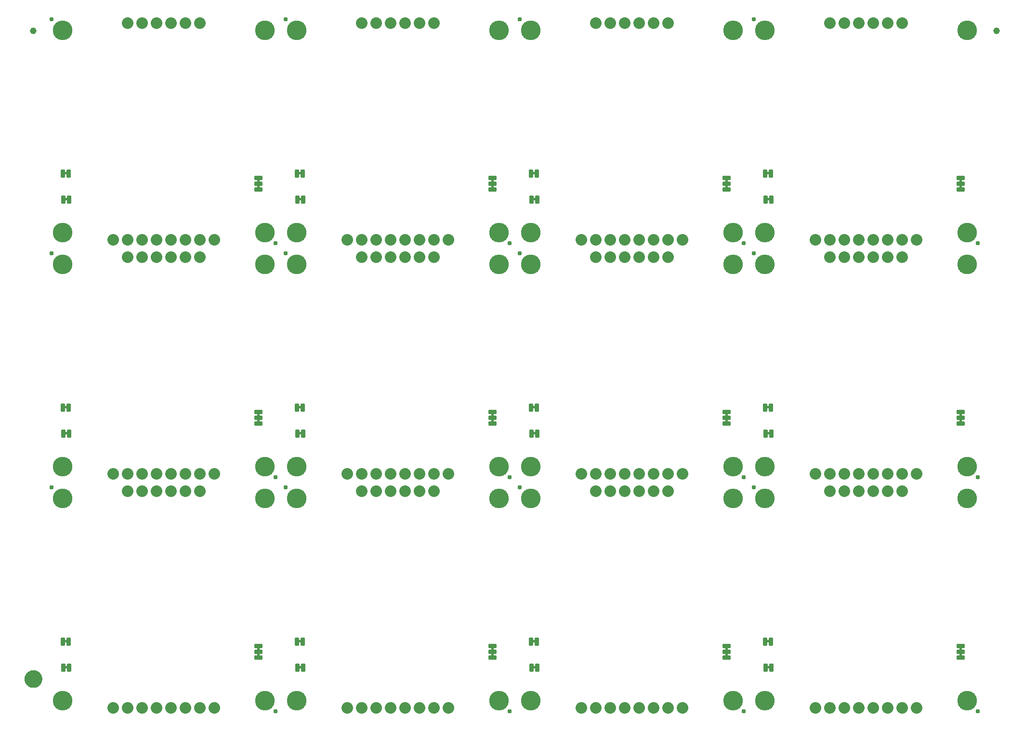
<source format=gbs>
G04 EAGLE Gerber RS-274X export*
G75*
%MOMM*%
%FSLAX34Y34*%
%LPD*%
%INSoldermask Bottom*%
%IPPOS*%
%AMOC8*
5,1,8,0,0,1.08239X$1,22.5*%
G01*
%ADD10C,0.787400*%
%ADD11C,3.454400*%
%ADD12C,0.251966*%
%ADD13C,2.032000*%
%ADD14C,1.152400*%
%ADD15C,1.270000*%
%ADD16C,1.652400*%

G36*
X1193865Y515632D02*
X1193865Y515632D01*
X1193931Y515634D01*
X1193974Y515652D01*
X1194021Y515660D01*
X1194078Y515694D01*
X1194138Y515719D01*
X1194173Y515750D01*
X1194214Y515775D01*
X1194256Y515826D01*
X1194304Y515870D01*
X1194326Y515912D01*
X1194355Y515949D01*
X1194376Y516011D01*
X1194407Y516070D01*
X1194415Y516124D01*
X1194427Y516161D01*
X1194426Y516201D01*
X1194434Y516255D01*
X1194434Y530225D01*
X1194423Y530290D01*
X1194421Y530356D01*
X1194403Y530399D01*
X1194395Y530446D01*
X1194361Y530503D01*
X1194336Y530563D01*
X1194305Y530598D01*
X1194280Y530639D01*
X1194229Y530681D01*
X1194185Y530729D01*
X1194143Y530751D01*
X1194106Y530780D01*
X1194044Y530801D01*
X1193985Y530832D01*
X1193931Y530840D01*
X1193894Y530852D01*
X1193854Y530851D01*
X1193800Y530859D01*
X1191260Y530859D01*
X1191195Y530848D01*
X1191129Y530846D01*
X1191086Y530828D01*
X1191039Y530820D01*
X1190982Y530786D01*
X1190922Y530761D01*
X1190887Y530730D01*
X1190846Y530705D01*
X1190805Y530654D01*
X1190756Y530610D01*
X1190734Y530568D01*
X1190705Y530531D01*
X1190684Y530469D01*
X1190653Y530410D01*
X1190645Y530356D01*
X1190633Y530319D01*
X1190633Y530304D01*
X1190633Y530302D01*
X1190633Y530277D01*
X1190626Y530225D01*
X1190626Y516255D01*
X1190637Y516190D01*
X1190639Y516124D01*
X1190657Y516081D01*
X1190665Y516034D01*
X1190699Y515977D01*
X1190724Y515917D01*
X1190755Y515882D01*
X1190780Y515841D01*
X1190831Y515800D01*
X1190875Y515751D01*
X1190917Y515729D01*
X1190954Y515700D01*
X1191016Y515679D01*
X1191075Y515648D01*
X1191129Y515640D01*
X1191166Y515628D01*
X1191206Y515629D01*
X1191260Y515621D01*
X1193800Y515621D01*
X1193865Y515632D01*
G37*
G36*
X782385Y515632D02*
X782385Y515632D01*
X782451Y515634D01*
X782494Y515652D01*
X782541Y515660D01*
X782598Y515694D01*
X782658Y515719D01*
X782693Y515750D01*
X782734Y515775D01*
X782776Y515826D01*
X782824Y515870D01*
X782846Y515912D01*
X782875Y515949D01*
X782896Y516011D01*
X782927Y516070D01*
X782935Y516124D01*
X782947Y516161D01*
X782946Y516201D01*
X782954Y516255D01*
X782954Y530225D01*
X782943Y530290D01*
X782941Y530356D01*
X782923Y530399D01*
X782915Y530446D01*
X782881Y530503D01*
X782856Y530563D01*
X782825Y530598D01*
X782800Y530639D01*
X782749Y530681D01*
X782705Y530729D01*
X782663Y530751D01*
X782626Y530780D01*
X782564Y530801D01*
X782505Y530832D01*
X782451Y530840D01*
X782414Y530852D01*
X782374Y530851D01*
X782320Y530859D01*
X779780Y530859D01*
X779715Y530848D01*
X779649Y530846D01*
X779606Y530828D01*
X779559Y530820D01*
X779502Y530786D01*
X779442Y530761D01*
X779407Y530730D01*
X779366Y530705D01*
X779325Y530654D01*
X779276Y530610D01*
X779254Y530568D01*
X779225Y530531D01*
X779204Y530469D01*
X779173Y530410D01*
X779165Y530356D01*
X779153Y530319D01*
X779153Y530304D01*
X779153Y530302D01*
X779153Y530277D01*
X779146Y530225D01*
X779146Y516255D01*
X779157Y516190D01*
X779159Y516124D01*
X779177Y516081D01*
X779185Y516034D01*
X779219Y515977D01*
X779244Y515917D01*
X779275Y515882D01*
X779300Y515841D01*
X779351Y515800D01*
X779395Y515751D01*
X779437Y515729D01*
X779474Y515700D01*
X779536Y515679D01*
X779595Y515648D01*
X779649Y515640D01*
X779686Y515628D01*
X779726Y515629D01*
X779780Y515621D01*
X782320Y515621D01*
X782385Y515632D01*
G37*
G36*
X370905Y515632D02*
X370905Y515632D01*
X370971Y515634D01*
X371014Y515652D01*
X371061Y515660D01*
X371118Y515694D01*
X371178Y515719D01*
X371213Y515750D01*
X371254Y515775D01*
X371296Y515826D01*
X371344Y515870D01*
X371366Y515912D01*
X371395Y515949D01*
X371416Y516011D01*
X371447Y516070D01*
X371455Y516124D01*
X371467Y516161D01*
X371466Y516201D01*
X371474Y516255D01*
X371474Y530225D01*
X371463Y530290D01*
X371461Y530356D01*
X371443Y530399D01*
X371435Y530446D01*
X371401Y530503D01*
X371376Y530563D01*
X371345Y530598D01*
X371320Y530639D01*
X371269Y530681D01*
X371225Y530729D01*
X371183Y530751D01*
X371146Y530780D01*
X371084Y530801D01*
X371025Y530832D01*
X370971Y530840D01*
X370934Y530852D01*
X370894Y530851D01*
X370840Y530859D01*
X368300Y530859D01*
X368235Y530848D01*
X368169Y530846D01*
X368126Y530828D01*
X368079Y530820D01*
X368022Y530786D01*
X367962Y530761D01*
X367927Y530730D01*
X367886Y530705D01*
X367845Y530654D01*
X367796Y530610D01*
X367774Y530568D01*
X367745Y530531D01*
X367724Y530469D01*
X367693Y530410D01*
X367685Y530356D01*
X367673Y530319D01*
X367673Y530304D01*
X367673Y530302D01*
X367673Y530277D01*
X367666Y530225D01*
X367666Y516255D01*
X367677Y516190D01*
X367679Y516124D01*
X367697Y516081D01*
X367705Y516034D01*
X367739Y515977D01*
X367764Y515917D01*
X367795Y515882D01*
X367820Y515841D01*
X367871Y515800D01*
X367915Y515751D01*
X367957Y515729D01*
X367994Y515700D01*
X368056Y515679D01*
X368115Y515648D01*
X368169Y515640D01*
X368206Y515628D01*
X368246Y515629D01*
X368300Y515621D01*
X370840Y515621D01*
X370905Y515632D01*
G37*
G36*
X1193865Y927112D02*
X1193865Y927112D01*
X1193931Y927114D01*
X1193974Y927132D01*
X1194021Y927140D01*
X1194078Y927174D01*
X1194138Y927199D01*
X1194173Y927230D01*
X1194214Y927255D01*
X1194256Y927306D01*
X1194304Y927350D01*
X1194326Y927392D01*
X1194355Y927429D01*
X1194376Y927491D01*
X1194407Y927550D01*
X1194415Y927604D01*
X1194427Y927641D01*
X1194426Y927681D01*
X1194434Y927735D01*
X1194434Y941705D01*
X1194423Y941770D01*
X1194421Y941836D01*
X1194403Y941879D01*
X1194395Y941926D01*
X1194361Y941983D01*
X1194336Y942043D01*
X1194305Y942078D01*
X1194280Y942119D01*
X1194229Y942161D01*
X1194185Y942209D01*
X1194143Y942231D01*
X1194106Y942260D01*
X1194044Y942281D01*
X1193985Y942312D01*
X1193931Y942320D01*
X1193894Y942332D01*
X1193854Y942331D01*
X1193800Y942339D01*
X1191260Y942339D01*
X1191195Y942328D01*
X1191129Y942326D01*
X1191086Y942308D01*
X1191039Y942300D01*
X1190982Y942266D01*
X1190922Y942241D01*
X1190887Y942210D01*
X1190846Y942185D01*
X1190805Y942134D01*
X1190756Y942090D01*
X1190734Y942048D01*
X1190705Y942011D01*
X1190684Y941949D01*
X1190653Y941890D01*
X1190645Y941836D01*
X1190633Y941799D01*
X1190633Y941784D01*
X1190633Y941782D01*
X1190633Y941757D01*
X1190626Y941705D01*
X1190626Y927735D01*
X1190637Y927670D01*
X1190639Y927604D01*
X1190657Y927561D01*
X1190665Y927514D01*
X1190699Y927457D01*
X1190724Y927397D01*
X1190755Y927362D01*
X1190780Y927321D01*
X1190831Y927280D01*
X1190875Y927231D01*
X1190917Y927209D01*
X1190954Y927180D01*
X1191016Y927159D01*
X1191075Y927128D01*
X1191129Y927120D01*
X1191166Y927108D01*
X1191206Y927109D01*
X1191260Y927101D01*
X1193800Y927101D01*
X1193865Y927112D01*
G37*
G36*
X1605345Y927112D02*
X1605345Y927112D01*
X1605411Y927114D01*
X1605454Y927132D01*
X1605501Y927140D01*
X1605558Y927174D01*
X1605618Y927199D01*
X1605653Y927230D01*
X1605694Y927255D01*
X1605736Y927306D01*
X1605784Y927350D01*
X1605806Y927392D01*
X1605835Y927429D01*
X1605856Y927491D01*
X1605887Y927550D01*
X1605895Y927604D01*
X1605907Y927641D01*
X1605906Y927681D01*
X1605914Y927735D01*
X1605914Y941705D01*
X1605903Y941770D01*
X1605901Y941836D01*
X1605883Y941879D01*
X1605875Y941926D01*
X1605841Y941983D01*
X1605816Y942043D01*
X1605785Y942078D01*
X1605760Y942119D01*
X1605709Y942161D01*
X1605665Y942209D01*
X1605623Y942231D01*
X1605586Y942260D01*
X1605524Y942281D01*
X1605465Y942312D01*
X1605411Y942320D01*
X1605374Y942332D01*
X1605334Y942331D01*
X1605280Y942339D01*
X1602740Y942339D01*
X1602675Y942328D01*
X1602609Y942326D01*
X1602566Y942308D01*
X1602519Y942300D01*
X1602462Y942266D01*
X1602402Y942241D01*
X1602367Y942210D01*
X1602326Y942185D01*
X1602285Y942134D01*
X1602236Y942090D01*
X1602214Y942048D01*
X1602185Y942011D01*
X1602164Y941949D01*
X1602133Y941890D01*
X1602125Y941836D01*
X1602113Y941799D01*
X1602113Y941784D01*
X1602113Y941782D01*
X1602113Y941757D01*
X1602106Y941705D01*
X1602106Y927735D01*
X1602117Y927670D01*
X1602119Y927604D01*
X1602137Y927561D01*
X1602145Y927514D01*
X1602179Y927457D01*
X1602204Y927397D01*
X1602235Y927362D01*
X1602260Y927321D01*
X1602311Y927280D01*
X1602355Y927231D01*
X1602397Y927209D01*
X1602434Y927180D01*
X1602496Y927159D01*
X1602555Y927128D01*
X1602609Y927120D01*
X1602646Y927108D01*
X1602686Y927109D01*
X1602740Y927101D01*
X1605280Y927101D01*
X1605345Y927112D01*
G37*
G36*
X782385Y927112D02*
X782385Y927112D01*
X782451Y927114D01*
X782494Y927132D01*
X782541Y927140D01*
X782598Y927174D01*
X782658Y927199D01*
X782693Y927230D01*
X782734Y927255D01*
X782776Y927306D01*
X782824Y927350D01*
X782846Y927392D01*
X782875Y927429D01*
X782896Y927491D01*
X782927Y927550D01*
X782935Y927604D01*
X782947Y927641D01*
X782946Y927681D01*
X782954Y927735D01*
X782954Y941705D01*
X782943Y941770D01*
X782941Y941836D01*
X782923Y941879D01*
X782915Y941926D01*
X782881Y941983D01*
X782856Y942043D01*
X782825Y942078D01*
X782800Y942119D01*
X782749Y942161D01*
X782705Y942209D01*
X782663Y942231D01*
X782626Y942260D01*
X782564Y942281D01*
X782505Y942312D01*
X782451Y942320D01*
X782414Y942332D01*
X782374Y942331D01*
X782320Y942339D01*
X779780Y942339D01*
X779715Y942328D01*
X779649Y942326D01*
X779606Y942308D01*
X779559Y942300D01*
X779502Y942266D01*
X779442Y942241D01*
X779407Y942210D01*
X779366Y942185D01*
X779325Y942134D01*
X779276Y942090D01*
X779254Y942048D01*
X779225Y942011D01*
X779204Y941949D01*
X779173Y941890D01*
X779165Y941836D01*
X779153Y941799D01*
X779153Y941784D01*
X779153Y941782D01*
X779153Y941757D01*
X779146Y941705D01*
X779146Y927735D01*
X779157Y927670D01*
X779159Y927604D01*
X779177Y927561D01*
X779185Y927514D01*
X779219Y927457D01*
X779244Y927397D01*
X779275Y927362D01*
X779300Y927321D01*
X779351Y927280D01*
X779395Y927231D01*
X779437Y927209D01*
X779474Y927180D01*
X779536Y927159D01*
X779595Y927128D01*
X779649Y927120D01*
X779686Y927108D01*
X779726Y927109D01*
X779780Y927101D01*
X782320Y927101D01*
X782385Y927112D01*
G37*
G36*
X370905Y927112D02*
X370905Y927112D01*
X370971Y927114D01*
X371014Y927132D01*
X371061Y927140D01*
X371118Y927174D01*
X371178Y927199D01*
X371213Y927230D01*
X371254Y927255D01*
X371296Y927306D01*
X371344Y927350D01*
X371366Y927392D01*
X371395Y927429D01*
X371416Y927491D01*
X371447Y927550D01*
X371455Y927604D01*
X371467Y927641D01*
X371466Y927681D01*
X371474Y927735D01*
X371474Y941705D01*
X371463Y941770D01*
X371461Y941836D01*
X371443Y941879D01*
X371435Y941926D01*
X371401Y941983D01*
X371376Y942043D01*
X371345Y942078D01*
X371320Y942119D01*
X371269Y942161D01*
X371225Y942209D01*
X371183Y942231D01*
X371146Y942260D01*
X371084Y942281D01*
X371025Y942312D01*
X370971Y942320D01*
X370934Y942332D01*
X370894Y942331D01*
X370840Y942339D01*
X368300Y942339D01*
X368235Y942328D01*
X368169Y942326D01*
X368126Y942308D01*
X368079Y942300D01*
X368022Y942266D01*
X367962Y942241D01*
X367927Y942210D01*
X367886Y942185D01*
X367845Y942134D01*
X367796Y942090D01*
X367774Y942048D01*
X367745Y942011D01*
X367724Y941949D01*
X367693Y941890D01*
X367685Y941836D01*
X367673Y941799D01*
X367673Y941784D01*
X367673Y941782D01*
X367673Y941757D01*
X367666Y941705D01*
X367666Y927735D01*
X367677Y927670D01*
X367679Y927604D01*
X367697Y927561D01*
X367705Y927514D01*
X367739Y927457D01*
X367764Y927397D01*
X367795Y927362D01*
X367820Y927321D01*
X367871Y927280D01*
X367915Y927231D01*
X367957Y927209D01*
X367994Y927180D01*
X368056Y927159D01*
X368115Y927128D01*
X368169Y927120D01*
X368206Y927108D01*
X368246Y927109D01*
X368300Y927101D01*
X370840Y927101D01*
X370905Y927112D01*
G37*
G36*
X1605345Y515632D02*
X1605345Y515632D01*
X1605411Y515634D01*
X1605454Y515652D01*
X1605501Y515660D01*
X1605558Y515694D01*
X1605618Y515719D01*
X1605653Y515750D01*
X1605694Y515775D01*
X1605736Y515826D01*
X1605784Y515870D01*
X1605806Y515912D01*
X1605835Y515949D01*
X1605856Y516011D01*
X1605887Y516070D01*
X1605895Y516124D01*
X1605907Y516161D01*
X1605906Y516201D01*
X1605914Y516255D01*
X1605914Y530225D01*
X1605903Y530290D01*
X1605901Y530356D01*
X1605883Y530399D01*
X1605875Y530446D01*
X1605841Y530503D01*
X1605816Y530563D01*
X1605785Y530598D01*
X1605760Y530639D01*
X1605709Y530681D01*
X1605665Y530729D01*
X1605623Y530751D01*
X1605586Y530780D01*
X1605524Y530801D01*
X1605465Y530832D01*
X1605411Y530840D01*
X1605374Y530852D01*
X1605334Y530851D01*
X1605280Y530859D01*
X1602740Y530859D01*
X1602675Y530848D01*
X1602609Y530846D01*
X1602566Y530828D01*
X1602519Y530820D01*
X1602462Y530786D01*
X1602402Y530761D01*
X1602367Y530730D01*
X1602326Y530705D01*
X1602285Y530654D01*
X1602236Y530610D01*
X1602214Y530568D01*
X1602185Y530531D01*
X1602164Y530469D01*
X1602133Y530410D01*
X1602125Y530356D01*
X1602113Y530319D01*
X1602113Y530304D01*
X1602113Y530302D01*
X1602113Y530277D01*
X1602106Y530225D01*
X1602106Y516255D01*
X1602117Y516190D01*
X1602119Y516124D01*
X1602137Y516081D01*
X1602145Y516034D01*
X1602179Y515977D01*
X1602204Y515917D01*
X1602235Y515882D01*
X1602260Y515841D01*
X1602311Y515800D01*
X1602355Y515751D01*
X1602397Y515729D01*
X1602434Y515700D01*
X1602496Y515679D01*
X1602555Y515648D01*
X1602609Y515640D01*
X1602646Y515628D01*
X1602686Y515629D01*
X1602740Y515621D01*
X1605280Y515621D01*
X1605345Y515632D01*
G37*
G36*
X1605345Y104152D02*
X1605345Y104152D01*
X1605411Y104154D01*
X1605454Y104172D01*
X1605501Y104180D01*
X1605558Y104214D01*
X1605618Y104239D01*
X1605653Y104270D01*
X1605694Y104295D01*
X1605736Y104346D01*
X1605784Y104390D01*
X1605806Y104432D01*
X1605835Y104469D01*
X1605856Y104531D01*
X1605887Y104590D01*
X1605895Y104644D01*
X1605907Y104681D01*
X1605906Y104721D01*
X1605914Y104775D01*
X1605914Y118745D01*
X1605903Y118810D01*
X1605901Y118876D01*
X1605883Y118919D01*
X1605875Y118966D01*
X1605841Y119023D01*
X1605816Y119083D01*
X1605785Y119118D01*
X1605760Y119159D01*
X1605709Y119201D01*
X1605665Y119249D01*
X1605623Y119271D01*
X1605586Y119300D01*
X1605524Y119321D01*
X1605465Y119352D01*
X1605411Y119360D01*
X1605374Y119372D01*
X1605334Y119371D01*
X1605280Y119379D01*
X1602740Y119379D01*
X1602675Y119368D01*
X1602609Y119366D01*
X1602566Y119348D01*
X1602519Y119340D01*
X1602462Y119306D01*
X1602402Y119281D01*
X1602367Y119250D01*
X1602326Y119225D01*
X1602285Y119174D01*
X1602236Y119130D01*
X1602214Y119088D01*
X1602185Y119051D01*
X1602164Y118989D01*
X1602133Y118930D01*
X1602125Y118876D01*
X1602113Y118839D01*
X1602113Y118824D01*
X1602113Y118822D01*
X1602113Y118797D01*
X1602106Y118745D01*
X1602106Y104775D01*
X1602117Y104710D01*
X1602119Y104644D01*
X1602137Y104601D01*
X1602145Y104554D01*
X1602179Y104497D01*
X1602204Y104437D01*
X1602235Y104402D01*
X1602260Y104361D01*
X1602311Y104320D01*
X1602355Y104271D01*
X1602397Y104249D01*
X1602434Y104220D01*
X1602496Y104199D01*
X1602555Y104168D01*
X1602609Y104160D01*
X1602646Y104148D01*
X1602686Y104149D01*
X1602740Y104141D01*
X1605280Y104141D01*
X1605345Y104152D01*
G37*
G36*
X1193865Y104152D02*
X1193865Y104152D01*
X1193931Y104154D01*
X1193974Y104172D01*
X1194021Y104180D01*
X1194078Y104214D01*
X1194138Y104239D01*
X1194173Y104270D01*
X1194214Y104295D01*
X1194256Y104346D01*
X1194304Y104390D01*
X1194326Y104432D01*
X1194355Y104469D01*
X1194376Y104531D01*
X1194407Y104590D01*
X1194415Y104644D01*
X1194427Y104681D01*
X1194426Y104721D01*
X1194434Y104775D01*
X1194434Y118745D01*
X1194423Y118810D01*
X1194421Y118876D01*
X1194403Y118919D01*
X1194395Y118966D01*
X1194361Y119023D01*
X1194336Y119083D01*
X1194305Y119118D01*
X1194280Y119159D01*
X1194229Y119201D01*
X1194185Y119249D01*
X1194143Y119271D01*
X1194106Y119300D01*
X1194044Y119321D01*
X1193985Y119352D01*
X1193931Y119360D01*
X1193894Y119372D01*
X1193854Y119371D01*
X1193800Y119379D01*
X1191260Y119379D01*
X1191195Y119368D01*
X1191129Y119366D01*
X1191086Y119348D01*
X1191039Y119340D01*
X1190982Y119306D01*
X1190922Y119281D01*
X1190887Y119250D01*
X1190846Y119225D01*
X1190805Y119174D01*
X1190756Y119130D01*
X1190734Y119088D01*
X1190705Y119051D01*
X1190684Y118989D01*
X1190653Y118930D01*
X1190645Y118876D01*
X1190633Y118839D01*
X1190633Y118824D01*
X1190633Y118822D01*
X1190633Y118797D01*
X1190626Y118745D01*
X1190626Y104775D01*
X1190637Y104710D01*
X1190639Y104644D01*
X1190657Y104601D01*
X1190665Y104554D01*
X1190699Y104497D01*
X1190724Y104437D01*
X1190755Y104402D01*
X1190780Y104361D01*
X1190831Y104320D01*
X1190875Y104271D01*
X1190917Y104249D01*
X1190954Y104220D01*
X1191016Y104199D01*
X1191075Y104168D01*
X1191129Y104160D01*
X1191166Y104148D01*
X1191206Y104149D01*
X1191260Y104141D01*
X1193800Y104141D01*
X1193865Y104152D01*
G37*
G36*
X782385Y104152D02*
X782385Y104152D01*
X782451Y104154D01*
X782494Y104172D01*
X782541Y104180D01*
X782598Y104214D01*
X782658Y104239D01*
X782693Y104270D01*
X782734Y104295D01*
X782776Y104346D01*
X782824Y104390D01*
X782846Y104432D01*
X782875Y104469D01*
X782896Y104531D01*
X782927Y104590D01*
X782935Y104644D01*
X782947Y104681D01*
X782946Y104721D01*
X782954Y104775D01*
X782954Y118745D01*
X782943Y118810D01*
X782941Y118876D01*
X782923Y118919D01*
X782915Y118966D01*
X782881Y119023D01*
X782856Y119083D01*
X782825Y119118D01*
X782800Y119159D01*
X782749Y119201D01*
X782705Y119249D01*
X782663Y119271D01*
X782626Y119300D01*
X782564Y119321D01*
X782505Y119352D01*
X782451Y119360D01*
X782414Y119372D01*
X782374Y119371D01*
X782320Y119379D01*
X779780Y119379D01*
X779715Y119368D01*
X779649Y119366D01*
X779606Y119348D01*
X779559Y119340D01*
X779502Y119306D01*
X779442Y119281D01*
X779407Y119250D01*
X779366Y119225D01*
X779325Y119174D01*
X779276Y119130D01*
X779254Y119088D01*
X779225Y119051D01*
X779204Y118989D01*
X779173Y118930D01*
X779165Y118876D01*
X779153Y118839D01*
X779153Y118824D01*
X779153Y118822D01*
X779153Y118797D01*
X779146Y118745D01*
X779146Y104775D01*
X779157Y104710D01*
X779159Y104644D01*
X779177Y104601D01*
X779185Y104554D01*
X779219Y104497D01*
X779244Y104437D01*
X779275Y104402D01*
X779300Y104361D01*
X779351Y104320D01*
X779395Y104271D01*
X779437Y104249D01*
X779474Y104220D01*
X779536Y104199D01*
X779595Y104168D01*
X779649Y104160D01*
X779686Y104148D01*
X779726Y104149D01*
X779780Y104141D01*
X782320Y104141D01*
X782385Y104152D01*
G37*
G36*
X370905Y104152D02*
X370905Y104152D01*
X370971Y104154D01*
X371014Y104172D01*
X371061Y104180D01*
X371118Y104214D01*
X371178Y104239D01*
X371213Y104270D01*
X371254Y104295D01*
X371296Y104346D01*
X371344Y104390D01*
X371366Y104432D01*
X371395Y104469D01*
X371416Y104531D01*
X371447Y104590D01*
X371455Y104644D01*
X371467Y104681D01*
X371466Y104721D01*
X371474Y104775D01*
X371474Y118745D01*
X371463Y118810D01*
X371461Y118876D01*
X371443Y118919D01*
X371435Y118966D01*
X371401Y119023D01*
X371376Y119083D01*
X371345Y119118D01*
X371320Y119159D01*
X371269Y119201D01*
X371225Y119249D01*
X371183Y119271D01*
X371146Y119300D01*
X371084Y119321D01*
X371025Y119352D01*
X370971Y119360D01*
X370934Y119372D01*
X370894Y119371D01*
X370840Y119379D01*
X368300Y119379D01*
X368235Y119368D01*
X368169Y119366D01*
X368126Y119348D01*
X368079Y119340D01*
X368022Y119306D01*
X367962Y119281D01*
X367927Y119250D01*
X367886Y119225D01*
X367845Y119174D01*
X367796Y119130D01*
X367774Y119088D01*
X367745Y119051D01*
X367724Y118989D01*
X367693Y118930D01*
X367685Y118876D01*
X367673Y118839D01*
X367673Y118824D01*
X367673Y118822D01*
X367673Y118797D01*
X367666Y118745D01*
X367666Y104775D01*
X367677Y104710D01*
X367679Y104644D01*
X367697Y104601D01*
X367705Y104554D01*
X367739Y104497D01*
X367764Y104437D01*
X367795Y104402D01*
X367820Y104361D01*
X367871Y104320D01*
X367915Y104271D01*
X367957Y104249D01*
X367994Y104220D01*
X368056Y104199D01*
X368115Y104168D01*
X368169Y104160D01*
X368206Y104148D01*
X368246Y104149D01*
X368300Y104141D01*
X370840Y104141D01*
X370905Y104152D01*
G37*
G36*
X1268160Y904887D02*
X1268160Y904887D01*
X1268226Y904889D01*
X1268269Y904907D01*
X1268316Y904915D01*
X1268373Y904949D01*
X1268433Y904974D01*
X1268468Y905005D01*
X1268509Y905030D01*
X1268551Y905081D01*
X1268599Y905125D01*
X1268621Y905167D01*
X1268650Y905204D01*
X1268671Y905266D01*
X1268702Y905325D01*
X1268710Y905379D01*
X1268722Y905416D01*
X1268721Y905456D01*
X1268729Y905510D01*
X1268729Y908050D01*
X1268718Y908115D01*
X1268716Y908181D01*
X1268698Y908224D01*
X1268690Y908271D01*
X1268656Y908328D01*
X1268631Y908388D01*
X1268600Y908423D01*
X1268575Y908464D01*
X1268524Y908506D01*
X1268480Y908554D01*
X1268438Y908576D01*
X1268401Y908605D01*
X1268339Y908626D01*
X1268280Y908657D01*
X1268226Y908665D01*
X1268189Y908677D01*
X1268149Y908676D01*
X1268095Y908684D01*
X1264285Y908684D01*
X1264220Y908673D01*
X1264154Y908671D01*
X1264111Y908653D01*
X1264064Y908645D01*
X1264007Y908611D01*
X1263947Y908586D01*
X1263912Y908555D01*
X1263871Y908530D01*
X1263830Y908479D01*
X1263781Y908435D01*
X1263759Y908393D01*
X1263730Y908356D01*
X1263709Y908294D01*
X1263678Y908235D01*
X1263670Y908181D01*
X1263658Y908144D01*
X1263658Y908141D01*
X1263659Y908104D01*
X1263651Y908050D01*
X1263651Y905510D01*
X1263662Y905445D01*
X1263664Y905379D01*
X1263682Y905336D01*
X1263690Y905289D01*
X1263724Y905232D01*
X1263749Y905172D01*
X1263780Y905137D01*
X1263805Y905096D01*
X1263856Y905055D01*
X1263900Y905006D01*
X1263942Y904984D01*
X1263979Y904955D01*
X1264041Y904934D01*
X1264100Y904903D01*
X1264154Y904895D01*
X1264191Y904883D01*
X1264231Y904884D01*
X1264285Y904876D01*
X1268095Y904876D01*
X1268160Y904887D01*
G37*
G36*
X856680Y904887D02*
X856680Y904887D01*
X856746Y904889D01*
X856789Y904907D01*
X856836Y904915D01*
X856893Y904949D01*
X856953Y904974D01*
X856988Y905005D01*
X857029Y905030D01*
X857071Y905081D01*
X857119Y905125D01*
X857141Y905167D01*
X857170Y905204D01*
X857191Y905266D01*
X857222Y905325D01*
X857230Y905379D01*
X857242Y905416D01*
X857241Y905456D01*
X857249Y905510D01*
X857249Y908050D01*
X857238Y908115D01*
X857236Y908181D01*
X857218Y908224D01*
X857210Y908271D01*
X857176Y908328D01*
X857151Y908388D01*
X857120Y908423D01*
X857095Y908464D01*
X857044Y908506D01*
X857000Y908554D01*
X856958Y908576D01*
X856921Y908605D01*
X856859Y908626D01*
X856800Y908657D01*
X856746Y908665D01*
X856709Y908677D01*
X856669Y908676D01*
X856615Y908684D01*
X852805Y908684D01*
X852740Y908673D01*
X852674Y908671D01*
X852631Y908653D01*
X852584Y908645D01*
X852527Y908611D01*
X852467Y908586D01*
X852432Y908555D01*
X852391Y908530D01*
X852350Y908479D01*
X852301Y908435D01*
X852279Y908393D01*
X852250Y908356D01*
X852229Y908294D01*
X852198Y908235D01*
X852190Y908181D01*
X852178Y908144D01*
X852178Y908141D01*
X852179Y908104D01*
X852171Y908050D01*
X852171Y905510D01*
X852182Y905445D01*
X852184Y905379D01*
X852202Y905336D01*
X852210Y905289D01*
X852244Y905232D01*
X852269Y905172D01*
X852300Y905137D01*
X852325Y905096D01*
X852376Y905055D01*
X852420Y905006D01*
X852462Y904984D01*
X852499Y904955D01*
X852561Y904934D01*
X852620Y904903D01*
X852674Y904895D01*
X852711Y904883D01*
X852751Y904884D01*
X852805Y904876D01*
X856615Y904876D01*
X856680Y904887D01*
G37*
G36*
X33720Y904887D02*
X33720Y904887D01*
X33786Y904889D01*
X33829Y904907D01*
X33876Y904915D01*
X33933Y904949D01*
X33993Y904974D01*
X34028Y905005D01*
X34069Y905030D01*
X34111Y905081D01*
X34159Y905125D01*
X34181Y905167D01*
X34210Y905204D01*
X34231Y905266D01*
X34262Y905325D01*
X34270Y905379D01*
X34282Y905416D01*
X34281Y905456D01*
X34289Y905510D01*
X34289Y908050D01*
X34278Y908115D01*
X34276Y908181D01*
X34258Y908224D01*
X34250Y908271D01*
X34216Y908328D01*
X34191Y908388D01*
X34160Y908423D01*
X34135Y908464D01*
X34084Y908506D01*
X34040Y908554D01*
X33998Y908576D01*
X33961Y908605D01*
X33899Y908626D01*
X33840Y908657D01*
X33786Y908665D01*
X33749Y908677D01*
X33709Y908676D01*
X33655Y908684D01*
X29845Y908684D01*
X29780Y908673D01*
X29714Y908671D01*
X29671Y908653D01*
X29624Y908645D01*
X29567Y908611D01*
X29507Y908586D01*
X29472Y908555D01*
X29431Y908530D01*
X29390Y908479D01*
X29341Y908435D01*
X29319Y908393D01*
X29290Y908356D01*
X29269Y908294D01*
X29238Y908235D01*
X29230Y908181D01*
X29218Y908144D01*
X29218Y908141D01*
X29219Y908104D01*
X29211Y908050D01*
X29211Y905510D01*
X29222Y905445D01*
X29224Y905379D01*
X29242Y905336D01*
X29250Y905289D01*
X29284Y905232D01*
X29309Y905172D01*
X29340Y905137D01*
X29365Y905096D01*
X29416Y905055D01*
X29460Y905006D01*
X29502Y904984D01*
X29539Y904955D01*
X29601Y904934D01*
X29660Y904903D01*
X29714Y904895D01*
X29751Y904883D01*
X29791Y904884D01*
X29845Y904876D01*
X33655Y904876D01*
X33720Y904887D01*
G37*
G36*
X445200Y904887D02*
X445200Y904887D01*
X445266Y904889D01*
X445309Y904907D01*
X445356Y904915D01*
X445413Y904949D01*
X445473Y904974D01*
X445508Y905005D01*
X445549Y905030D01*
X445591Y905081D01*
X445639Y905125D01*
X445661Y905167D01*
X445690Y905204D01*
X445711Y905266D01*
X445742Y905325D01*
X445750Y905379D01*
X445762Y905416D01*
X445761Y905456D01*
X445769Y905510D01*
X445769Y908050D01*
X445758Y908115D01*
X445756Y908181D01*
X445738Y908224D01*
X445730Y908271D01*
X445696Y908328D01*
X445671Y908388D01*
X445640Y908423D01*
X445615Y908464D01*
X445564Y908506D01*
X445520Y908554D01*
X445478Y908576D01*
X445441Y908605D01*
X445379Y908626D01*
X445320Y908657D01*
X445266Y908665D01*
X445229Y908677D01*
X445189Y908676D01*
X445135Y908684D01*
X441325Y908684D01*
X441260Y908673D01*
X441194Y908671D01*
X441151Y908653D01*
X441104Y908645D01*
X441047Y908611D01*
X440987Y908586D01*
X440952Y908555D01*
X440911Y908530D01*
X440870Y908479D01*
X440821Y908435D01*
X440799Y908393D01*
X440770Y908356D01*
X440749Y908294D01*
X440718Y908235D01*
X440710Y908181D01*
X440698Y908144D01*
X440698Y908141D01*
X440699Y908104D01*
X440691Y908050D01*
X440691Y905510D01*
X440702Y905445D01*
X440704Y905379D01*
X440722Y905336D01*
X440730Y905289D01*
X440764Y905232D01*
X440789Y905172D01*
X440820Y905137D01*
X440845Y905096D01*
X440896Y905055D01*
X440940Y905006D01*
X440982Y904984D01*
X441019Y904955D01*
X441081Y904934D01*
X441140Y904903D01*
X441194Y904895D01*
X441231Y904883D01*
X441271Y904884D01*
X441325Y904876D01*
X445135Y904876D01*
X445200Y904887D01*
G37*
G36*
X32450Y539127D02*
X32450Y539127D01*
X32516Y539129D01*
X32559Y539147D01*
X32606Y539155D01*
X32663Y539189D01*
X32723Y539214D01*
X32758Y539245D01*
X32799Y539270D01*
X32841Y539321D01*
X32889Y539365D01*
X32911Y539407D01*
X32940Y539444D01*
X32961Y539506D01*
X32992Y539565D01*
X33000Y539619D01*
X33012Y539656D01*
X33011Y539696D01*
X33019Y539750D01*
X33019Y542290D01*
X33008Y542355D01*
X33006Y542421D01*
X32988Y542464D01*
X32980Y542511D01*
X32946Y542568D01*
X32921Y542628D01*
X32890Y542663D01*
X32865Y542704D01*
X32814Y542746D01*
X32770Y542794D01*
X32728Y542816D01*
X32691Y542845D01*
X32629Y542866D01*
X32570Y542897D01*
X32516Y542905D01*
X32479Y542917D01*
X32439Y542916D01*
X32385Y542924D01*
X28575Y542924D01*
X28510Y542913D01*
X28444Y542911D01*
X28401Y542893D01*
X28354Y542885D01*
X28297Y542851D01*
X28237Y542826D01*
X28202Y542795D01*
X28161Y542770D01*
X28120Y542719D01*
X28071Y542675D01*
X28049Y542633D01*
X28020Y542596D01*
X27999Y542534D01*
X27968Y542475D01*
X27960Y542421D01*
X27948Y542384D01*
X27948Y542381D01*
X27949Y542344D01*
X27941Y542290D01*
X27941Y539750D01*
X27952Y539685D01*
X27954Y539619D01*
X27972Y539576D01*
X27980Y539529D01*
X28014Y539472D01*
X28039Y539412D01*
X28070Y539377D01*
X28095Y539336D01*
X28146Y539295D01*
X28190Y539246D01*
X28232Y539224D01*
X28269Y539195D01*
X28331Y539174D01*
X28390Y539143D01*
X28444Y539135D01*
X28481Y539123D01*
X28521Y539124D01*
X28575Y539116D01*
X32385Y539116D01*
X32450Y539127D01*
G37*
G36*
X855410Y539127D02*
X855410Y539127D01*
X855476Y539129D01*
X855519Y539147D01*
X855566Y539155D01*
X855623Y539189D01*
X855683Y539214D01*
X855718Y539245D01*
X855759Y539270D01*
X855801Y539321D01*
X855849Y539365D01*
X855871Y539407D01*
X855900Y539444D01*
X855921Y539506D01*
X855952Y539565D01*
X855960Y539619D01*
X855972Y539656D01*
X855971Y539696D01*
X855979Y539750D01*
X855979Y542290D01*
X855968Y542355D01*
X855966Y542421D01*
X855948Y542464D01*
X855940Y542511D01*
X855906Y542568D01*
X855881Y542628D01*
X855850Y542663D01*
X855825Y542704D01*
X855774Y542746D01*
X855730Y542794D01*
X855688Y542816D01*
X855651Y542845D01*
X855589Y542866D01*
X855530Y542897D01*
X855476Y542905D01*
X855439Y542917D01*
X855399Y542916D01*
X855345Y542924D01*
X851535Y542924D01*
X851470Y542913D01*
X851404Y542911D01*
X851361Y542893D01*
X851314Y542885D01*
X851257Y542851D01*
X851197Y542826D01*
X851162Y542795D01*
X851121Y542770D01*
X851080Y542719D01*
X851031Y542675D01*
X851009Y542633D01*
X850980Y542596D01*
X850959Y542534D01*
X850928Y542475D01*
X850920Y542421D01*
X850908Y542384D01*
X850908Y542381D01*
X850909Y542344D01*
X850901Y542290D01*
X850901Y539750D01*
X850912Y539685D01*
X850914Y539619D01*
X850932Y539576D01*
X850940Y539529D01*
X850974Y539472D01*
X850999Y539412D01*
X851030Y539377D01*
X851055Y539336D01*
X851106Y539295D01*
X851150Y539246D01*
X851192Y539224D01*
X851229Y539195D01*
X851291Y539174D01*
X851350Y539143D01*
X851404Y539135D01*
X851441Y539123D01*
X851481Y539124D01*
X851535Y539116D01*
X855345Y539116D01*
X855410Y539127D01*
G37*
G36*
X443930Y950607D02*
X443930Y950607D01*
X443996Y950609D01*
X444039Y950627D01*
X444086Y950635D01*
X444143Y950669D01*
X444203Y950694D01*
X444238Y950725D01*
X444279Y950750D01*
X444321Y950801D01*
X444369Y950845D01*
X444391Y950887D01*
X444420Y950924D01*
X444441Y950986D01*
X444472Y951045D01*
X444480Y951099D01*
X444492Y951136D01*
X444491Y951176D01*
X444499Y951230D01*
X444499Y953770D01*
X444488Y953835D01*
X444486Y953901D01*
X444468Y953944D01*
X444460Y953991D01*
X444426Y954048D01*
X444401Y954108D01*
X444370Y954143D01*
X444345Y954184D01*
X444294Y954226D01*
X444250Y954274D01*
X444208Y954296D01*
X444171Y954325D01*
X444109Y954346D01*
X444050Y954377D01*
X443996Y954385D01*
X443959Y954397D01*
X443919Y954396D01*
X443865Y954404D01*
X440055Y954404D01*
X439990Y954393D01*
X439924Y954391D01*
X439881Y954373D01*
X439834Y954365D01*
X439777Y954331D01*
X439717Y954306D01*
X439682Y954275D01*
X439641Y954250D01*
X439600Y954199D01*
X439551Y954155D01*
X439529Y954113D01*
X439500Y954076D01*
X439479Y954014D01*
X439448Y953955D01*
X439440Y953901D01*
X439428Y953864D01*
X439428Y953861D01*
X439429Y953824D01*
X439421Y953770D01*
X439421Y951230D01*
X439432Y951165D01*
X439434Y951099D01*
X439452Y951056D01*
X439460Y951009D01*
X439494Y950952D01*
X439519Y950892D01*
X439550Y950857D01*
X439575Y950816D01*
X439626Y950775D01*
X439670Y950726D01*
X439712Y950704D01*
X439749Y950675D01*
X439811Y950654D01*
X439870Y950623D01*
X439924Y950615D01*
X439961Y950603D01*
X440001Y950604D01*
X440055Y950596D01*
X443865Y950596D01*
X443930Y950607D01*
G37*
G36*
X32450Y950607D02*
X32450Y950607D01*
X32516Y950609D01*
X32559Y950627D01*
X32606Y950635D01*
X32663Y950669D01*
X32723Y950694D01*
X32758Y950725D01*
X32799Y950750D01*
X32841Y950801D01*
X32889Y950845D01*
X32911Y950887D01*
X32940Y950924D01*
X32961Y950986D01*
X32992Y951045D01*
X33000Y951099D01*
X33012Y951136D01*
X33011Y951176D01*
X33019Y951230D01*
X33019Y953770D01*
X33008Y953835D01*
X33006Y953901D01*
X32988Y953944D01*
X32980Y953991D01*
X32946Y954048D01*
X32921Y954108D01*
X32890Y954143D01*
X32865Y954184D01*
X32814Y954226D01*
X32770Y954274D01*
X32728Y954296D01*
X32691Y954325D01*
X32629Y954346D01*
X32570Y954377D01*
X32516Y954385D01*
X32479Y954397D01*
X32439Y954396D01*
X32385Y954404D01*
X28575Y954404D01*
X28510Y954393D01*
X28444Y954391D01*
X28401Y954373D01*
X28354Y954365D01*
X28297Y954331D01*
X28237Y954306D01*
X28202Y954275D01*
X28161Y954250D01*
X28120Y954199D01*
X28071Y954155D01*
X28049Y954113D01*
X28020Y954076D01*
X27999Y954014D01*
X27968Y953955D01*
X27960Y953901D01*
X27948Y953864D01*
X27948Y953861D01*
X27949Y953824D01*
X27941Y953770D01*
X27941Y951230D01*
X27952Y951165D01*
X27954Y951099D01*
X27972Y951056D01*
X27980Y951009D01*
X28014Y950952D01*
X28039Y950892D01*
X28070Y950857D01*
X28095Y950816D01*
X28146Y950775D01*
X28190Y950726D01*
X28232Y950704D01*
X28269Y950675D01*
X28331Y950654D01*
X28390Y950623D01*
X28444Y950615D01*
X28481Y950603D01*
X28521Y950604D01*
X28575Y950596D01*
X32385Y950596D01*
X32450Y950607D01*
G37*
G36*
X445200Y493407D02*
X445200Y493407D01*
X445266Y493409D01*
X445309Y493427D01*
X445356Y493435D01*
X445413Y493469D01*
X445473Y493494D01*
X445508Y493525D01*
X445549Y493550D01*
X445591Y493601D01*
X445639Y493645D01*
X445661Y493687D01*
X445690Y493724D01*
X445711Y493786D01*
X445742Y493845D01*
X445750Y493899D01*
X445762Y493936D01*
X445761Y493976D01*
X445769Y494030D01*
X445769Y496570D01*
X445758Y496635D01*
X445756Y496701D01*
X445738Y496744D01*
X445730Y496791D01*
X445696Y496848D01*
X445671Y496908D01*
X445640Y496943D01*
X445615Y496984D01*
X445564Y497026D01*
X445520Y497074D01*
X445478Y497096D01*
X445441Y497125D01*
X445379Y497146D01*
X445320Y497177D01*
X445266Y497185D01*
X445229Y497197D01*
X445189Y497196D01*
X445135Y497204D01*
X441325Y497204D01*
X441260Y497193D01*
X441194Y497191D01*
X441151Y497173D01*
X441104Y497165D01*
X441047Y497131D01*
X440987Y497106D01*
X440952Y497075D01*
X440911Y497050D01*
X440870Y496999D01*
X440821Y496955D01*
X440799Y496913D01*
X440770Y496876D01*
X440749Y496814D01*
X440718Y496755D01*
X440710Y496701D01*
X440698Y496664D01*
X440698Y496661D01*
X440699Y496624D01*
X440691Y496570D01*
X440691Y494030D01*
X440702Y493965D01*
X440704Y493899D01*
X440722Y493856D01*
X440730Y493809D01*
X440764Y493752D01*
X440789Y493692D01*
X440820Y493657D01*
X440845Y493616D01*
X440896Y493575D01*
X440940Y493526D01*
X440982Y493504D01*
X441019Y493475D01*
X441081Y493454D01*
X441140Y493423D01*
X441194Y493415D01*
X441231Y493403D01*
X441271Y493404D01*
X441325Y493396D01*
X445135Y493396D01*
X445200Y493407D01*
G37*
G36*
X856680Y493407D02*
X856680Y493407D01*
X856746Y493409D01*
X856789Y493427D01*
X856836Y493435D01*
X856893Y493469D01*
X856953Y493494D01*
X856988Y493525D01*
X857029Y493550D01*
X857071Y493601D01*
X857119Y493645D01*
X857141Y493687D01*
X857170Y493724D01*
X857191Y493786D01*
X857222Y493845D01*
X857230Y493899D01*
X857242Y493936D01*
X857241Y493976D01*
X857249Y494030D01*
X857249Y496570D01*
X857238Y496635D01*
X857236Y496701D01*
X857218Y496744D01*
X857210Y496791D01*
X857176Y496848D01*
X857151Y496908D01*
X857120Y496943D01*
X857095Y496984D01*
X857044Y497026D01*
X857000Y497074D01*
X856958Y497096D01*
X856921Y497125D01*
X856859Y497146D01*
X856800Y497177D01*
X856746Y497185D01*
X856709Y497197D01*
X856669Y497196D01*
X856615Y497204D01*
X852805Y497204D01*
X852740Y497193D01*
X852674Y497191D01*
X852631Y497173D01*
X852584Y497165D01*
X852527Y497131D01*
X852467Y497106D01*
X852432Y497075D01*
X852391Y497050D01*
X852350Y496999D01*
X852301Y496955D01*
X852279Y496913D01*
X852250Y496876D01*
X852229Y496814D01*
X852198Y496755D01*
X852190Y496701D01*
X852178Y496664D01*
X852178Y496661D01*
X852179Y496624D01*
X852171Y496570D01*
X852171Y494030D01*
X852182Y493965D01*
X852184Y493899D01*
X852202Y493856D01*
X852210Y493809D01*
X852244Y493752D01*
X852269Y493692D01*
X852300Y493657D01*
X852325Y493616D01*
X852376Y493575D01*
X852420Y493526D01*
X852462Y493504D01*
X852499Y493475D01*
X852561Y493454D01*
X852620Y493423D01*
X852674Y493415D01*
X852711Y493403D01*
X852751Y493404D01*
X852805Y493396D01*
X856615Y493396D01*
X856680Y493407D01*
G37*
G36*
X1268160Y493407D02*
X1268160Y493407D01*
X1268226Y493409D01*
X1268269Y493427D01*
X1268316Y493435D01*
X1268373Y493469D01*
X1268433Y493494D01*
X1268468Y493525D01*
X1268509Y493550D01*
X1268551Y493601D01*
X1268599Y493645D01*
X1268621Y493687D01*
X1268650Y493724D01*
X1268671Y493786D01*
X1268702Y493845D01*
X1268710Y493899D01*
X1268722Y493936D01*
X1268721Y493976D01*
X1268729Y494030D01*
X1268729Y496570D01*
X1268718Y496635D01*
X1268716Y496701D01*
X1268698Y496744D01*
X1268690Y496791D01*
X1268656Y496848D01*
X1268631Y496908D01*
X1268600Y496943D01*
X1268575Y496984D01*
X1268524Y497026D01*
X1268480Y497074D01*
X1268438Y497096D01*
X1268401Y497125D01*
X1268339Y497146D01*
X1268280Y497177D01*
X1268226Y497185D01*
X1268189Y497197D01*
X1268149Y497196D01*
X1268095Y497204D01*
X1264285Y497204D01*
X1264220Y497193D01*
X1264154Y497191D01*
X1264111Y497173D01*
X1264064Y497165D01*
X1264007Y497131D01*
X1263947Y497106D01*
X1263912Y497075D01*
X1263871Y497050D01*
X1263830Y496999D01*
X1263781Y496955D01*
X1263759Y496913D01*
X1263730Y496876D01*
X1263709Y496814D01*
X1263678Y496755D01*
X1263670Y496701D01*
X1263658Y496664D01*
X1263658Y496661D01*
X1263659Y496624D01*
X1263651Y496570D01*
X1263651Y494030D01*
X1263662Y493965D01*
X1263664Y493899D01*
X1263682Y493856D01*
X1263690Y493809D01*
X1263724Y493752D01*
X1263749Y493692D01*
X1263780Y493657D01*
X1263805Y493616D01*
X1263856Y493575D01*
X1263900Y493526D01*
X1263942Y493504D01*
X1263979Y493475D01*
X1264041Y493454D01*
X1264100Y493423D01*
X1264154Y493415D01*
X1264191Y493403D01*
X1264231Y493404D01*
X1264285Y493396D01*
X1268095Y493396D01*
X1268160Y493407D01*
G37*
G36*
X33720Y493407D02*
X33720Y493407D01*
X33786Y493409D01*
X33829Y493427D01*
X33876Y493435D01*
X33933Y493469D01*
X33993Y493494D01*
X34028Y493525D01*
X34069Y493550D01*
X34111Y493601D01*
X34159Y493645D01*
X34181Y493687D01*
X34210Y493724D01*
X34231Y493786D01*
X34262Y493845D01*
X34270Y493899D01*
X34282Y493936D01*
X34281Y493976D01*
X34289Y494030D01*
X34289Y496570D01*
X34278Y496635D01*
X34276Y496701D01*
X34258Y496744D01*
X34250Y496791D01*
X34216Y496848D01*
X34191Y496908D01*
X34160Y496943D01*
X34135Y496984D01*
X34084Y497026D01*
X34040Y497074D01*
X33998Y497096D01*
X33961Y497125D01*
X33899Y497146D01*
X33840Y497177D01*
X33786Y497185D01*
X33749Y497197D01*
X33709Y497196D01*
X33655Y497204D01*
X29845Y497204D01*
X29780Y497193D01*
X29714Y497191D01*
X29671Y497173D01*
X29624Y497165D01*
X29567Y497131D01*
X29507Y497106D01*
X29472Y497075D01*
X29431Y497050D01*
X29390Y496999D01*
X29341Y496955D01*
X29319Y496913D01*
X29290Y496876D01*
X29269Y496814D01*
X29238Y496755D01*
X29230Y496701D01*
X29218Y496664D01*
X29218Y496661D01*
X29219Y496624D01*
X29211Y496570D01*
X29211Y494030D01*
X29222Y493965D01*
X29224Y493899D01*
X29242Y493856D01*
X29250Y493809D01*
X29284Y493752D01*
X29309Y493692D01*
X29340Y493657D01*
X29365Y493616D01*
X29416Y493575D01*
X29460Y493526D01*
X29502Y493504D01*
X29539Y493475D01*
X29601Y493454D01*
X29660Y493423D01*
X29714Y493415D01*
X29751Y493403D01*
X29791Y493404D01*
X29845Y493396D01*
X33655Y493396D01*
X33720Y493407D01*
G37*
G36*
X855410Y127647D02*
X855410Y127647D01*
X855476Y127649D01*
X855519Y127667D01*
X855566Y127675D01*
X855623Y127709D01*
X855683Y127734D01*
X855718Y127765D01*
X855759Y127790D01*
X855801Y127841D01*
X855849Y127885D01*
X855871Y127927D01*
X855900Y127964D01*
X855921Y128026D01*
X855952Y128085D01*
X855960Y128139D01*
X855972Y128176D01*
X855971Y128216D01*
X855979Y128270D01*
X855979Y130810D01*
X855968Y130875D01*
X855966Y130941D01*
X855948Y130984D01*
X855940Y131031D01*
X855906Y131088D01*
X855881Y131148D01*
X855850Y131183D01*
X855825Y131224D01*
X855774Y131266D01*
X855730Y131314D01*
X855688Y131336D01*
X855651Y131365D01*
X855589Y131386D01*
X855530Y131417D01*
X855476Y131425D01*
X855439Y131437D01*
X855399Y131436D01*
X855345Y131444D01*
X851535Y131444D01*
X851470Y131433D01*
X851404Y131431D01*
X851361Y131413D01*
X851314Y131405D01*
X851257Y131371D01*
X851197Y131346D01*
X851162Y131315D01*
X851121Y131290D01*
X851080Y131239D01*
X851031Y131195D01*
X851009Y131153D01*
X850980Y131116D01*
X850959Y131054D01*
X850928Y130995D01*
X850920Y130941D01*
X850908Y130904D01*
X850908Y130901D01*
X850909Y130864D01*
X850901Y130810D01*
X850901Y128270D01*
X850912Y128205D01*
X850914Y128139D01*
X850932Y128096D01*
X850940Y128049D01*
X850974Y127992D01*
X850999Y127932D01*
X851030Y127897D01*
X851055Y127856D01*
X851106Y127815D01*
X851150Y127766D01*
X851192Y127744D01*
X851229Y127715D01*
X851291Y127694D01*
X851350Y127663D01*
X851404Y127655D01*
X851441Y127643D01*
X851481Y127644D01*
X851535Y127636D01*
X855345Y127636D01*
X855410Y127647D01*
G37*
G36*
X443930Y127647D02*
X443930Y127647D01*
X443996Y127649D01*
X444039Y127667D01*
X444086Y127675D01*
X444143Y127709D01*
X444203Y127734D01*
X444238Y127765D01*
X444279Y127790D01*
X444321Y127841D01*
X444369Y127885D01*
X444391Y127927D01*
X444420Y127964D01*
X444441Y128026D01*
X444472Y128085D01*
X444480Y128139D01*
X444492Y128176D01*
X444491Y128216D01*
X444499Y128270D01*
X444499Y130810D01*
X444488Y130875D01*
X444486Y130941D01*
X444468Y130984D01*
X444460Y131031D01*
X444426Y131088D01*
X444401Y131148D01*
X444370Y131183D01*
X444345Y131224D01*
X444294Y131266D01*
X444250Y131314D01*
X444208Y131336D01*
X444171Y131365D01*
X444109Y131386D01*
X444050Y131417D01*
X443996Y131425D01*
X443959Y131437D01*
X443919Y131436D01*
X443865Y131444D01*
X440055Y131444D01*
X439990Y131433D01*
X439924Y131431D01*
X439881Y131413D01*
X439834Y131405D01*
X439777Y131371D01*
X439717Y131346D01*
X439682Y131315D01*
X439641Y131290D01*
X439600Y131239D01*
X439551Y131195D01*
X439529Y131153D01*
X439500Y131116D01*
X439479Y131054D01*
X439448Y130995D01*
X439440Y130941D01*
X439428Y130904D01*
X439428Y130901D01*
X439429Y130864D01*
X439421Y130810D01*
X439421Y128270D01*
X439432Y128205D01*
X439434Y128139D01*
X439452Y128096D01*
X439460Y128049D01*
X439494Y127992D01*
X439519Y127932D01*
X439550Y127897D01*
X439575Y127856D01*
X439626Y127815D01*
X439670Y127766D01*
X439712Y127744D01*
X439749Y127715D01*
X439811Y127694D01*
X439870Y127663D01*
X439924Y127655D01*
X439961Y127643D01*
X440001Y127644D01*
X440055Y127636D01*
X443865Y127636D01*
X443930Y127647D01*
G37*
G36*
X1266890Y127647D02*
X1266890Y127647D01*
X1266956Y127649D01*
X1266999Y127667D01*
X1267046Y127675D01*
X1267103Y127709D01*
X1267163Y127734D01*
X1267198Y127765D01*
X1267239Y127790D01*
X1267281Y127841D01*
X1267329Y127885D01*
X1267351Y127927D01*
X1267380Y127964D01*
X1267401Y128026D01*
X1267432Y128085D01*
X1267440Y128139D01*
X1267452Y128176D01*
X1267451Y128216D01*
X1267459Y128270D01*
X1267459Y130810D01*
X1267448Y130875D01*
X1267446Y130941D01*
X1267428Y130984D01*
X1267420Y131031D01*
X1267386Y131088D01*
X1267361Y131148D01*
X1267330Y131183D01*
X1267305Y131224D01*
X1267254Y131266D01*
X1267210Y131314D01*
X1267168Y131336D01*
X1267131Y131365D01*
X1267069Y131386D01*
X1267010Y131417D01*
X1266956Y131425D01*
X1266919Y131437D01*
X1266879Y131436D01*
X1266825Y131444D01*
X1263015Y131444D01*
X1262950Y131433D01*
X1262884Y131431D01*
X1262841Y131413D01*
X1262794Y131405D01*
X1262737Y131371D01*
X1262677Y131346D01*
X1262642Y131315D01*
X1262601Y131290D01*
X1262560Y131239D01*
X1262511Y131195D01*
X1262489Y131153D01*
X1262460Y131116D01*
X1262439Y131054D01*
X1262408Y130995D01*
X1262400Y130941D01*
X1262388Y130904D01*
X1262388Y130901D01*
X1262389Y130864D01*
X1262381Y130810D01*
X1262381Y128270D01*
X1262392Y128205D01*
X1262394Y128139D01*
X1262412Y128096D01*
X1262420Y128049D01*
X1262454Y127992D01*
X1262479Y127932D01*
X1262510Y127897D01*
X1262535Y127856D01*
X1262586Y127815D01*
X1262630Y127766D01*
X1262672Y127744D01*
X1262709Y127715D01*
X1262771Y127694D01*
X1262830Y127663D01*
X1262884Y127655D01*
X1262921Y127643D01*
X1262961Y127644D01*
X1263015Y127636D01*
X1266825Y127636D01*
X1266890Y127647D01*
G37*
G36*
X32450Y127647D02*
X32450Y127647D01*
X32516Y127649D01*
X32559Y127667D01*
X32606Y127675D01*
X32663Y127709D01*
X32723Y127734D01*
X32758Y127765D01*
X32799Y127790D01*
X32841Y127841D01*
X32889Y127885D01*
X32911Y127927D01*
X32940Y127964D01*
X32961Y128026D01*
X32992Y128085D01*
X33000Y128139D01*
X33012Y128176D01*
X33011Y128216D01*
X33019Y128270D01*
X33019Y130810D01*
X33008Y130875D01*
X33006Y130941D01*
X32988Y130984D01*
X32980Y131031D01*
X32946Y131088D01*
X32921Y131148D01*
X32890Y131183D01*
X32865Y131224D01*
X32814Y131266D01*
X32770Y131314D01*
X32728Y131336D01*
X32691Y131365D01*
X32629Y131386D01*
X32570Y131417D01*
X32516Y131425D01*
X32479Y131437D01*
X32439Y131436D01*
X32385Y131444D01*
X28575Y131444D01*
X28510Y131433D01*
X28444Y131431D01*
X28401Y131413D01*
X28354Y131405D01*
X28297Y131371D01*
X28237Y131346D01*
X28202Y131315D01*
X28161Y131290D01*
X28120Y131239D01*
X28071Y131195D01*
X28049Y131153D01*
X28020Y131116D01*
X27999Y131054D01*
X27968Y130995D01*
X27960Y130941D01*
X27948Y130904D01*
X27948Y130901D01*
X27949Y130864D01*
X27941Y130810D01*
X27941Y128270D01*
X27952Y128205D01*
X27954Y128139D01*
X27972Y128096D01*
X27980Y128049D01*
X28014Y127992D01*
X28039Y127932D01*
X28070Y127897D01*
X28095Y127856D01*
X28146Y127815D01*
X28190Y127766D01*
X28232Y127744D01*
X28269Y127715D01*
X28331Y127694D01*
X28390Y127663D01*
X28444Y127655D01*
X28481Y127643D01*
X28521Y127644D01*
X28575Y127636D01*
X32385Y127636D01*
X32450Y127647D01*
G37*
G36*
X1266890Y950607D02*
X1266890Y950607D01*
X1266956Y950609D01*
X1266999Y950627D01*
X1267046Y950635D01*
X1267103Y950669D01*
X1267163Y950694D01*
X1267198Y950725D01*
X1267239Y950750D01*
X1267281Y950801D01*
X1267329Y950845D01*
X1267351Y950887D01*
X1267380Y950924D01*
X1267401Y950986D01*
X1267432Y951045D01*
X1267440Y951099D01*
X1267452Y951136D01*
X1267451Y951176D01*
X1267459Y951230D01*
X1267459Y953770D01*
X1267448Y953835D01*
X1267446Y953901D01*
X1267428Y953944D01*
X1267420Y953991D01*
X1267386Y954048D01*
X1267361Y954108D01*
X1267330Y954143D01*
X1267305Y954184D01*
X1267254Y954226D01*
X1267210Y954274D01*
X1267168Y954296D01*
X1267131Y954325D01*
X1267069Y954346D01*
X1267010Y954377D01*
X1266956Y954385D01*
X1266919Y954397D01*
X1266879Y954396D01*
X1266825Y954404D01*
X1263015Y954404D01*
X1262950Y954393D01*
X1262884Y954391D01*
X1262841Y954373D01*
X1262794Y954365D01*
X1262737Y954331D01*
X1262677Y954306D01*
X1262642Y954275D01*
X1262601Y954250D01*
X1262560Y954199D01*
X1262511Y954155D01*
X1262489Y954113D01*
X1262460Y954076D01*
X1262439Y954014D01*
X1262408Y953955D01*
X1262400Y953901D01*
X1262388Y953864D01*
X1262388Y953861D01*
X1262389Y953824D01*
X1262381Y953770D01*
X1262381Y951230D01*
X1262392Y951165D01*
X1262394Y951099D01*
X1262412Y951056D01*
X1262420Y951009D01*
X1262454Y950952D01*
X1262479Y950892D01*
X1262510Y950857D01*
X1262535Y950816D01*
X1262586Y950775D01*
X1262630Y950726D01*
X1262672Y950704D01*
X1262709Y950675D01*
X1262771Y950654D01*
X1262830Y950623D01*
X1262884Y950615D01*
X1262921Y950603D01*
X1262961Y950604D01*
X1263015Y950596D01*
X1266825Y950596D01*
X1266890Y950607D01*
G37*
G36*
X855410Y950607D02*
X855410Y950607D01*
X855476Y950609D01*
X855519Y950627D01*
X855566Y950635D01*
X855623Y950669D01*
X855683Y950694D01*
X855718Y950725D01*
X855759Y950750D01*
X855801Y950801D01*
X855849Y950845D01*
X855871Y950887D01*
X855900Y950924D01*
X855921Y950986D01*
X855952Y951045D01*
X855960Y951099D01*
X855972Y951136D01*
X855971Y951176D01*
X855979Y951230D01*
X855979Y953770D01*
X855968Y953835D01*
X855966Y953901D01*
X855948Y953944D01*
X855940Y953991D01*
X855906Y954048D01*
X855881Y954108D01*
X855850Y954143D01*
X855825Y954184D01*
X855774Y954226D01*
X855730Y954274D01*
X855688Y954296D01*
X855651Y954325D01*
X855589Y954346D01*
X855530Y954377D01*
X855476Y954385D01*
X855439Y954397D01*
X855399Y954396D01*
X855345Y954404D01*
X851535Y954404D01*
X851470Y954393D01*
X851404Y954391D01*
X851361Y954373D01*
X851314Y954365D01*
X851257Y954331D01*
X851197Y954306D01*
X851162Y954275D01*
X851121Y954250D01*
X851080Y954199D01*
X851031Y954155D01*
X851009Y954113D01*
X850980Y954076D01*
X850959Y954014D01*
X850928Y953955D01*
X850920Y953901D01*
X850908Y953864D01*
X850908Y953861D01*
X850909Y953824D01*
X850901Y953770D01*
X850901Y951230D01*
X850912Y951165D01*
X850914Y951099D01*
X850932Y951056D01*
X850940Y951009D01*
X850974Y950952D01*
X850999Y950892D01*
X851030Y950857D01*
X851055Y950816D01*
X851106Y950775D01*
X851150Y950726D01*
X851192Y950704D01*
X851229Y950675D01*
X851291Y950654D01*
X851350Y950623D01*
X851404Y950615D01*
X851441Y950603D01*
X851481Y950604D01*
X851535Y950596D01*
X855345Y950596D01*
X855410Y950607D01*
G37*
G36*
X1266890Y539127D02*
X1266890Y539127D01*
X1266956Y539129D01*
X1266999Y539147D01*
X1267046Y539155D01*
X1267103Y539189D01*
X1267163Y539214D01*
X1267198Y539245D01*
X1267239Y539270D01*
X1267281Y539321D01*
X1267329Y539365D01*
X1267351Y539407D01*
X1267380Y539444D01*
X1267401Y539506D01*
X1267432Y539565D01*
X1267440Y539619D01*
X1267452Y539656D01*
X1267451Y539696D01*
X1267459Y539750D01*
X1267459Y542290D01*
X1267448Y542355D01*
X1267446Y542421D01*
X1267428Y542464D01*
X1267420Y542511D01*
X1267386Y542568D01*
X1267361Y542628D01*
X1267330Y542663D01*
X1267305Y542704D01*
X1267254Y542746D01*
X1267210Y542794D01*
X1267168Y542816D01*
X1267131Y542845D01*
X1267069Y542866D01*
X1267010Y542897D01*
X1266956Y542905D01*
X1266919Y542917D01*
X1266879Y542916D01*
X1266825Y542924D01*
X1263015Y542924D01*
X1262950Y542913D01*
X1262884Y542911D01*
X1262841Y542893D01*
X1262794Y542885D01*
X1262737Y542851D01*
X1262677Y542826D01*
X1262642Y542795D01*
X1262601Y542770D01*
X1262560Y542719D01*
X1262511Y542675D01*
X1262489Y542633D01*
X1262460Y542596D01*
X1262439Y542534D01*
X1262408Y542475D01*
X1262400Y542421D01*
X1262388Y542384D01*
X1262388Y542381D01*
X1262389Y542344D01*
X1262381Y542290D01*
X1262381Y539750D01*
X1262392Y539685D01*
X1262394Y539619D01*
X1262412Y539576D01*
X1262420Y539529D01*
X1262454Y539472D01*
X1262479Y539412D01*
X1262510Y539377D01*
X1262535Y539336D01*
X1262586Y539295D01*
X1262630Y539246D01*
X1262672Y539224D01*
X1262709Y539195D01*
X1262771Y539174D01*
X1262830Y539143D01*
X1262884Y539135D01*
X1262921Y539123D01*
X1262961Y539124D01*
X1263015Y539116D01*
X1266825Y539116D01*
X1266890Y539127D01*
G37*
G36*
X443930Y539127D02*
X443930Y539127D01*
X443996Y539129D01*
X444039Y539147D01*
X444086Y539155D01*
X444143Y539189D01*
X444203Y539214D01*
X444238Y539245D01*
X444279Y539270D01*
X444321Y539321D01*
X444369Y539365D01*
X444391Y539407D01*
X444420Y539444D01*
X444441Y539506D01*
X444472Y539565D01*
X444480Y539619D01*
X444492Y539656D01*
X444491Y539696D01*
X444499Y539750D01*
X444499Y542290D01*
X444488Y542355D01*
X444486Y542421D01*
X444468Y542464D01*
X444460Y542511D01*
X444426Y542568D01*
X444401Y542628D01*
X444370Y542663D01*
X444345Y542704D01*
X444294Y542746D01*
X444250Y542794D01*
X444208Y542816D01*
X444171Y542845D01*
X444109Y542866D01*
X444050Y542897D01*
X443996Y542905D01*
X443959Y542917D01*
X443919Y542916D01*
X443865Y542924D01*
X440055Y542924D01*
X439990Y542913D01*
X439924Y542911D01*
X439881Y542893D01*
X439834Y542885D01*
X439777Y542851D01*
X439717Y542826D01*
X439682Y542795D01*
X439641Y542770D01*
X439600Y542719D01*
X439551Y542675D01*
X439529Y542633D01*
X439500Y542596D01*
X439479Y542534D01*
X439448Y542475D01*
X439440Y542421D01*
X439428Y542384D01*
X439428Y542381D01*
X439429Y542344D01*
X439421Y542290D01*
X439421Y539750D01*
X439432Y539685D01*
X439434Y539619D01*
X439452Y539576D01*
X439460Y539529D01*
X439494Y539472D01*
X439519Y539412D01*
X439550Y539377D01*
X439575Y539336D01*
X439626Y539295D01*
X439670Y539246D01*
X439712Y539224D01*
X439749Y539195D01*
X439811Y539174D01*
X439870Y539143D01*
X439924Y539135D01*
X439961Y539123D01*
X440001Y539124D01*
X440055Y539116D01*
X443865Y539116D01*
X443930Y539127D01*
G37*
G36*
X856680Y81927D02*
X856680Y81927D01*
X856746Y81929D01*
X856789Y81947D01*
X856836Y81955D01*
X856893Y81989D01*
X856953Y82014D01*
X856988Y82045D01*
X857029Y82070D01*
X857071Y82121D01*
X857119Y82165D01*
X857141Y82207D01*
X857170Y82244D01*
X857191Y82306D01*
X857222Y82365D01*
X857230Y82419D01*
X857242Y82456D01*
X857241Y82496D01*
X857249Y82550D01*
X857249Y85090D01*
X857238Y85155D01*
X857236Y85221D01*
X857218Y85264D01*
X857210Y85311D01*
X857176Y85368D01*
X857151Y85428D01*
X857120Y85463D01*
X857095Y85504D01*
X857044Y85546D01*
X857000Y85594D01*
X856958Y85616D01*
X856921Y85645D01*
X856859Y85666D01*
X856800Y85697D01*
X856746Y85705D01*
X856709Y85717D01*
X856669Y85716D01*
X856615Y85724D01*
X852805Y85724D01*
X852740Y85713D01*
X852674Y85711D01*
X852631Y85693D01*
X852584Y85685D01*
X852527Y85651D01*
X852467Y85626D01*
X852432Y85595D01*
X852391Y85570D01*
X852350Y85519D01*
X852301Y85475D01*
X852279Y85433D01*
X852250Y85396D01*
X852229Y85334D01*
X852198Y85275D01*
X852190Y85221D01*
X852178Y85184D01*
X852178Y85181D01*
X852179Y85144D01*
X852171Y85090D01*
X852171Y82550D01*
X852182Y82485D01*
X852184Y82419D01*
X852202Y82376D01*
X852210Y82329D01*
X852244Y82272D01*
X852269Y82212D01*
X852300Y82177D01*
X852325Y82136D01*
X852376Y82095D01*
X852420Y82046D01*
X852462Y82024D01*
X852499Y81995D01*
X852561Y81974D01*
X852620Y81943D01*
X852674Y81935D01*
X852711Y81923D01*
X852751Y81924D01*
X852805Y81916D01*
X856615Y81916D01*
X856680Y81927D01*
G37*
G36*
X1268160Y81927D02*
X1268160Y81927D01*
X1268226Y81929D01*
X1268269Y81947D01*
X1268316Y81955D01*
X1268373Y81989D01*
X1268433Y82014D01*
X1268468Y82045D01*
X1268509Y82070D01*
X1268551Y82121D01*
X1268599Y82165D01*
X1268621Y82207D01*
X1268650Y82244D01*
X1268671Y82306D01*
X1268702Y82365D01*
X1268710Y82419D01*
X1268722Y82456D01*
X1268721Y82496D01*
X1268729Y82550D01*
X1268729Y85090D01*
X1268718Y85155D01*
X1268716Y85221D01*
X1268698Y85264D01*
X1268690Y85311D01*
X1268656Y85368D01*
X1268631Y85428D01*
X1268600Y85463D01*
X1268575Y85504D01*
X1268524Y85546D01*
X1268480Y85594D01*
X1268438Y85616D01*
X1268401Y85645D01*
X1268339Y85666D01*
X1268280Y85697D01*
X1268226Y85705D01*
X1268189Y85717D01*
X1268149Y85716D01*
X1268095Y85724D01*
X1264285Y85724D01*
X1264220Y85713D01*
X1264154Y85711D01*
X1264111Y85693D01*
X1264064Y85685D01*
X1264007Y85651D01*
X1263947Y85626D01*
X1263912Y85595D01*
X1263871Y85570D01*
X1263830Y85519D01*
X1263781Y85475D01*
X1263759Y85433D01*
X1263730Y85396D01*
X1263709Y85334D01*
X1263678Y85275D01*
X1263670Y85221D01*
X1263658Y85184D01*
X1263658Y85181D01*
X1263659Y85144D01*
X1263651Y85090D01*
X1263651Y82550D01*
X1263662Y82485D01*
X1263664Y82419D01*
X1263682Y82376D01*
X1263690Y82329D01*
X1263724Y82272D01*
X1263749Y82212D01*
X1263780Y82177D01*
X1263805Y82136D01*
X1263856Y82095D01*
X1263900Y82046D01*
X1263942Y82024D01*
X1263979Y81995D01*
X1264041Y81974D01*
X1264100Y81943D01*
X1264154Y81935D01*
X1264191Y81923D01*
X1264231Y81924D01*
X1264285Y81916D01*
X1268095Y81916D01*
X1268160Y81927D01*
G37*
G36*
X33720Y81927D02*
X33720Y81927D01*
X33786Y81929D01*
X33829Y81947D01*
X33876Y81955D01*
X33933Y81989D01*
X33993Y82014D01*
X34028Y82045D01*
X34069Y82070D01*
X34111Y82121D01*
X34159Y82165D01*
X34181Y82207D01*
X34210Y82244D01*
X34231Y82306D01*
X34262Y82365D01*
X34270Y82419D01*
X34282Y82456D01*
X34281Y82496D01*
X34289Y82550D01*
X34289Y85090D01*
X34278Y85155D01*
X34276Y85221D01*
X34258Y85264D01*
X34250Y85311D01*
X34216Y85368D01*
X34191Y85428D01*
X34160Y85463D01*
X34135Y85504D01*
X34084Y85546D01*
X34040Y85594D01*
X33998Y85616D01*
X33961Y85645D01*
X33899Y85666D01*
X33840Y85697D01*
X33786Y85705D01*
X33749Y85717D01*
X33709Y85716D01*
X33655Y85724D01*
X29845Y85724D01*
X29780Y85713D01*
X29714Y85711D01*
X29671Y85693D01*
X29624Y85685D01*
X29567Y85651D01*
X29507Y85626D01*
X29472Y85595D01*
X29431Y85570D01*
X29390Y85519D01*
X29341Y85475D01*
X29319Y85433D01*
X29290Y85396D01*
X29269Y85334D01*
X29238Y85275D01*
X29230Y85221D01*
X29218Y85184D01*
X29218Y85181D01*
X29219Y85144D01*
X29211Y85090D01*
X29211Y82550D01*
X29222Y82485D01*
X29224Y82419D01*
X29242Y82376D01*
X29250Y82329D01*
X29284Y82272D01*
X29309Y82212D01*
X29340Y82177D01*
X29365Y82136D01*
X29416Y82095D01*
X29460Y82046D01*
X29502Y82024D01*
X29539Y81995D01*
X29601Y81974D01*
X29660Y81943D01*
X29714Y81935D01*
X29751Y81923D01*
X29791Y81924D01*
X29845Y81916D01*
X33655Y81916D01*
X33720Y81927D01*
G37*
G36*
X445200Y81927D02*
X445200Y81927D01*
X445266Y81929D01*
X445309Y81947D01*
X445356Y81955D01*
X445413Y81989D01*
X445473Y82014D01*
X445508Y82045D01*
X445549Y82070D01*
X445591Y82121D01*
X445639Y82165D01*
X445661Y82207D01*
X445690Y82244D01*
X445711Y82306D01*
X445742Y82365D01*
X445750Y82419D01*
X445762Y82456D01*
X445761Y82496D01*
X445769Y82550D01*
X445769Y85090D01*
X445758Y85155D01*
X445756Y85221D01*
X445738Y85264D01*
X445730Y85311D01*
X445696Y85368D01*
X445671Y85428D01*
X445640Y85463D01*
X445615Y85504D01*
X445564Y85546D01*
X445520Y85594D01*
X445478Y85616D01*
X445441Y85645D01*
X445379Y85666D01*
X445320Y85697D01*
X445266Y85705D01*
X445229Y85717D01*
X445189Y85716D01*
X445135Y85724D01*
X441325Y85724D01*
X441260Y85713D01*
X441194Y85711D01*
X441151Y85693D01*
X441104Y85685D01*
X441047Y85651D01*
X440987Y85626D01*
X440952Y85595D01*
X440911Y85570D01*
X440870Y85519D01*
X440821Y85475D01*
X440799Y85433D01*
X440770Y85396D01*
X440749Y85334D01*
X440718Y85275D01*
X440710Y85221D01*
X440698Y85184D01*
X440698Y85181D01*
X440699Y85144D01*
X440691Y85090D01*
X440691Y82550D01*
X440702Y82485D01*
X440704Y82419D01*
X440722Y82376D01*
X440730Y82329D01*
X440764Y82272D01*
X440789Y82212D01*
X440820Y82177D01*
X440845Y82136D01*
X440896Y82095D01*
X440940Y82046D01*
X440982Y82024D01*
X441019Y81995D01*
X441081Y81974D01*
X441140Y81943D01*
X441194Y81935D01*
X441231Y81923D01*
X441271Y81924D01*
X441325Y81916D01*
X445135Y81916D01*
X445200Y81927D01*
G37*
D10*
X400050Y6350D03*
X6350Y400050D03*
D11*
X381000Y25400D03*
X25400Y381000D03*
X381000Y381000D03*
X25400Y25400D03*
D12*
X375422Y98923D02*
X375422Y104277D01*
X375422Y98923D02*
X363718Y98923D01*
X363718Y104277D01*
X375422Y104277D01*
X375422Y101317D02*
X363718Y101317D01*
X363718Y103711D02*
X375422Y103711D01*
X375422Y109083D02*
X375422Y114437D01*
X375422Y109083D02*
X363718Y109083D01*
X363718Y114437D01*
X375422Y114437D01*
X375422Y111477D02*
X363718Y111477D01*
X363718Y113871D02*
X375422Y113871D01*
X375422Y119243D02*
X375422Y124597D01*
X375422Y119243D02*
X363718Y119243D01*
X363718Y124597D01*
X375422Y124597D01*
X375422Y121637D02*
X363718Y121637D01*
X363718Y124031D02*
X375422Y124031D01*
X29347Y77968D02*
X23993Y77968D01*
X23993Y89672D01*
X29347Y89672D01*
X29347Y77968D01*
X29347Y80362D02*
X23993Y80362D01*
X23993Y82756D02*
X29347Y82756D01*
X29347Y85150D02*
X23993Y85150D01*
X23993Y87544D02*
X29347Y87544D01*
X34153Y77968D02*
X39507Y77968D01*
X34153Y77968D02*
X34153Y89672D01*
X39507Y89672D01*
X39507Y77968D01*
X39507Y80362D02*
X34153Y80362D01*
X34153Y82756D02*
X39507Y82756D01*
X39507Y85150D02*
X34153Y85150D01*
X34153Y87544D02*
X39507Y87544D01*
X28077Y123688D02*
X22723Y123688D01*
X22723Y135392D01*
X28077Y135392D01*
X28077Y123688D01*
X28077Y126082D02*
X22723Y126082D01*
X22723Y128476D02*
X28077Y128476D01*
X28077Y130870D02*
X22723Y130870D01*
X22723Y133264D02*
X28077Y133264D01*
X32883Y123688D02*
X38237Y123688D01*
X32883Y123688D02*
X32883Y135392D01*
X38237Y135392D01*
X38237Y123688D01*
X38237Y126082D02*
X32883Y126082D01*
X32883Y128476D02*
X38237Y128476D01*
X38237Y130870D02*
X32883Y130870D01*
X32883Y133264D02*
X38237Y133264D01*
D13*
X139700Y393700D03*
X165100Y393700D03*
X190500Y393700D03*
X215900Y393700D03*
X241300Y393700D03*
X266700Y393700D03*
X292100Y12700D03*
X266700Y12700D03*
X241300Y12700D03*
X215900Y12700D03*
X190500Y12700D03*
X165100Y12700D03*
X139700Y12700D03*
X114300Y12700D03*
D10*
X811530Y6350D03*
X417830Y400050D03*
D11*
X792480Y25400D03*
X436880Y381000D03*
X792480Y381000D03*
X436880Y25400D03*
D12*
X786902Y98923D02*
X786902Y104277D01*
X786902Y98923D02*
X775198Y98923D01*
X775198Y104277D01*
X786902Y104277D01*
X786902Y101317D02*
X775198Y101317D01*
X775198Y103711D02*
X786902Y103711D01*
X786902Y109083D02*
X786902Y114437D01*
X786902Y109083D02*
X775198Y109083D01*
X775198Y114437D01*
X786902Y114437D01*
X786902Y111477D02*
X775198Y111477D01*
X775198Y113871D02*
X786902Y113871D01*
X786902Y119243D02*
X786902Y124597D01*
X786902Y119243D02*
X775198Y119243D01*
X775198Y124597D01*
X786902Y124597D01*
X786902Y121637D02*
X775198Y121637D01*
X775198Y124031D02*
X786902Y124031D01*
X440827Y77968D02*
X435473Y77968D01*
X435473Y89672D01*
X440827Y89672D01*
X440827Y77968D01*
X440827Y80362D02*
X435473Y80362D01*
X435473Y82756D02*
X440827Y82756D01*
X440827Y85150D02*
X435473Y85150D01*
X435473Y87544D02*
X440827Y87544D01*
X445633Y77968D02*
X450987Y77968D01*
X445633Y77968D02*
X445633Y89672D01*
X450987Y89672D01*
X450987Y77968D01*
X450987Y80362D02*
X445633Y80362D01*
X445633Y82756D02*
X450987Y82756D01*
X450987Y85150D02*
X445633Y85150D01*
X445633Y87544D02*
X450987Y87544D01*
X439557Y123688D02*
X434203Y123688D01*
X434203Y135392D01*
X439557Y135392D01*
X439557Y123688D01*
X439557Y126082D02*
X434203Y126082D01*
X434203Y128476D02*
X439557Y128476D01*
X439557Y130870D02*
X434203Y130870D01*
X434203Y133264D02*
X439557Y133264D01*
X444363Y123688D02*
X449717Y123688D01*
X444363Y123688D02*
X444363Y135392D01*
X449717Y135392D01*
X449717Y123688D01*
X449717Y126082D02*
X444363Y126082D01*
X444363Y128476D02*
X449717Y128476D01*
X449717Y130870D02*
X444363Y130870D01*
X444363Y133264D02*
X449717Y133264D01*
D13*
X551180Y393700D03*
X576580Y393700D03*
X601980Y393700D03*
X627380Y393700D03*
X652780Y393700D03*
X678180Y393700D03*
X703580Y12700D03*
X678180Y12700D03*
X652780Y12700D03*
X627380Y12700D03*
X601980Y12700D03*
X576580Y12700D03*
X551180Y12700D03*
X525780Y12700D03*
D10*
X1223010Y6350D03*
X829310Y400050D03*
D11*
X1203960Y25400D03*
X848360Y381000D03*
X1203960Y381000D03*
X848360Y25400D03*
D12*
X1198382Y98923D02*
X1198382Y104277D01*
X1198382Y98923D02*
X1186678Y98923D01*
X1186678Y104277D01*
X1198382Y104277D01*
X1198382Y101317D02*
X1186678Y101317D01*
X1186678Y103711D02*
X1198382Y103711D01*
X1198382Y109083D02*
X1198382Y114437D01*
X1198382Y109083D02*
X1186678Y109083D01*
X1186678Y114437D01*
X1198382Y114437D01*
X1198382Y111477D02*
X1186678Y111477D01*
X1186678Y113871D02*
X1198382Y113871D01*
X1198382Y119243D02*
X1198382Y124597D01*
X1198382Y119243D02*
X1186678Y119243D01*
X1186678Y124597D01*
X1198382Y124597D01*
X1198382Y121637D02*
X1186678Y121637D01*
X1186678Y124031D02*
X1198382Y124031D01*
X852307Y77968D02*
X846953Y77968D01*
X846953Y89672D01*
X852307Y89672D01*
X852307Y77968D01*
X852307Y80362D02*
X846953Y80362D01*
X846953Y82756D02*
X852307Y82756D01*
X852307Y85150D02*
X846953Y85150D01*
X846953Y87544D02*
X852307Y87544D01*
X857113Y77968D02*
X862467Y77968D01*
X857113Y77968D02*
X857113Y89672D01*
X862467Y89672D01*
X862467Y77968D01*
X862467Y80362D02*
X857113Y80362D01*
X857113Y82756D02*
X862467Y82756D01*
X862467Y85150D02*
X857113Y85150D01*
X857113Y87544D02*
X862467Y87544D01*
X851037Y123688D02*
X845683Y123688D01*
X845683Y135392D01*
X851037Y135392D01*
X851037Y123688D01*
X851037Y126082D02*
X845683Y126082D01*
X845683Y128476D02*
X851037Y128476D01*
X851037Y130870D02*
X845683Y130870D01*
X845683Y133264D02*
X851037Y133264D01*
X855843Y123688D02*
X861197Y123688D01*
X855843Y123688D02*
X855843Y135392D01*
X861197Y135392D01*
X861197Y123688D01*
X861197Y126082D02*
X855843Y126082D01*
X855843Y128476D02*
X861197Y128476D01*
X861197Y130870D02*
X855843Y130870D01*
X855843Y133264D02*
X861197Y133264D01*
D13*
X962660Y393700D03*
X988060Y393700D03*
X1013460Y393700D03*
X1038860Y393700D03*
X1064260Y393700D03*
X1089660Y393700D03*
X1115060Y12700D03*
X1089660Y12700D03*
X1064260Y12700D03*
X1038860Y12700D03*
X1013460Y12700D03*
X988060Y12700D03*
X962660Y12700D03*
X937260Y12700D03*
D10*
X1634490Y6350D03*
X1240790Y400050D03*
D11*
X1615440Y25400D03*
X1259840Y381000D03*
X1615440Y381000D03*
X1259840Y25400D03*
D12*
X1609862Y98923D02*
X1609862Y104277D01*
X1609862Y98923D02*
X1598158Y98923D01*
X1598158Y104277D01*
X1609862Y104277D01*
X1609862Y101317D02*
X1598158Y101317D01*
X1598158Y103711D02*
X1609862Y103711D01*
X1609862Y109083D02*
X1609862Y114437D01*
X1609862Y109083D02*
X1598158Y109083D01*
X1598158Y114437D01*
X1609862Y114437D01*
X1609862Y111477D02*
X1598158Y111477D01*
X1598158Y113871D02*
X1609862Y113871D01*
X1609862Y119243D02*
X1609862Y124597D01*
X1609862Y119243D02*
X1598158Y119243D01*
X1598158Y124597D01*
X1609862Y124597D01*
X1609862Y121637D02*
X1598158Y121637D01*
X1598158Y124031D02*
X1609862Y124031D01*
X1263787Y77968D02*
X1258433Y77968D01*
X1258433Y89672D01*
X1263787Y89672D01*
X1263787Y77968D01*
X1263787Y80362D02*
X1258433Y80362D01*
X1258433Y82756D02*
X1263787Y82756D01*
X1263787Y85150D02*
X1258433Y85150D01*
X1258433Y87544D02*
X1263787Y87544D01*
X1268593Y77968D02*
X1273947Y77968D01*
X1268593Y77968D02*
X1268593Y89672D01*
X1273947Y89672D01*
X1273947Y77968D01*
X1273947Y80362D02*
X1268593Y80362D01*
X1268593Y82756D02*
X1273947Y82756D01*
X1273947Y85150D02*
X1268593Y85150D01*
X1268593Y87544D02*
X1273947Y87544D01*
X1262517Y123688D02*
X1257163Y123688D01*
X1257163Y135392D01*
X1262517Y135392D01*
X1262517Y123688D01*
X1262517Y126082D02*
X1257163Y126082D01*
X1257163Y128476D02*
X1262517Y128476D01*
X1262517Y130870D02*
X1257163Y130870D01*
X1257163Y133264D02*
X1262517Y133264D01*
X1267323Y123688D02*
X1272677Y123688D01*
X1267323Y123688D02*
X1267323Y135392D01*
X1272677Y135392D01*
X1272677Y123688D01*
X1272677Y126082D02*
X1267323Y126082D01*
X1267323Y128476D02*
X1272677Y128476D01*
X1272677Y130870D02*
X1267323Y130870D01*
X1267323Y133264D02*
X1272677Y133264D01*
D13*
X1374140Y393700D03*
X1399540Y393700D03*
X1424940Y393700D03*
X1450340Y393700D03*
X1475740Y393700D03*
X1501140Y393700D03*
X1526540Y12700D03*
X1501140Y12700D03*
X1475740Y12700D03*
X1450340Y12700D03*
X1424940Y12700D03*
X1399540Y12700D03*
X1374140Y12700D03*
X1348740Y12700D03*
D10*
X400050Y417830D03*
X6350Y811530D03*
D11*
X381000Y436880D03*
X25400Y792480D03*
X381000Y792480D03*
X25400Y436880D03*
D12*
X375422Y510403D02*
X375422Y515757D01*
X375422Y510403D02*
X363718Y510403D01*
X363718Y515757D01*
X375422Y515757D01*
X375422Y512797D02*
X363718Y512797D01*
X363718Y515191D02*
X375422Y515191D01*
X375422Y520563D02*
X375422Y525917D01*
X375422Y520563D02*
X363718Y520563D01*
X363718Y525917D01*
X375422Y525917D01*
X375422Y522957D02*
X363718Y522957D01*
X363718Y525351D02*
X375422Y525351D01*
X375422Y530723D02*
X375422Y536077D01*
X375422Y530723D02*
X363718Y530723D01*
X363718Y536077D01*
X375422Y536077D01*
X375422Y533117D02*
X363718Y533117D01*
X363718Y535511D02*
X375422Y535511D01*
X29347Y489448D02*
X23993Y489448D01*
X23993Y501152D01*
X29347Y501152D01*
X29347Y489448D01*
X29347Y491842D02*
X23993Y491842D01*
X23993Y494236D02*
X29347Y494236D01*
X29347Y496630D02*
X23993Y496630D01*
X23993Y499024D02*
X29347Y499024D01*
X34153Y489448D02*
X39507Y489448D01*
X34153Y489448D02*
X34153Y501152D01*
X39507Y501152D01*
X39507Y489448D01*
X39507Y491842D02*
X34153Y491842D01*
X34153Y494236D02*
X39507Y494236D01*
X39507Y496630D02*
X34153Y496630D01*
X34153Y499024D02*
X39507Y499024D01*
X28077Y535168D02*
X22723Y535168D01*
X22723Y546872D01*
X28077Y546872D01*
X28077Y535168D01*
X28077Y537562D02*
X22723Y537562D01*
X22723Y539956D02*
X28077Y539956D01*
X28077Y542350D02*
X22723Y542350D01*
X22723Y544744D02*
X28077Y544744D01*
X32883Y535168D02*
X38237Y535168D01*
X32883Y535168D02*
X32883Y546872D01*
X38237Y546872D01*
X38237Y535168D01*
X38237Y537562D02*
X32883Y537562D01*
X32883Y539956D02*
X38237Y539956D01*
X38237Y542350D02*
X32883Y542350D01*
X32883Y544744D02*
X38237Y544744D01*
D13*
X139700Y805180D03*
X165100Y805180D03*
X190500Y805180D03*
X215900Y805180D03*
X241300Y805180D03*
X266700Y805180D03*
X292100Y424180D03*
X266700Y424180D03*
X241300Y424180D03*
X215900Y424180D03*
X190500Y424180D03*
X165100Y424180D03*
X139700Y424180D03*
X114300Y424180D03*
D10*
X811530Y417830D03*
X417830Y811530D03*
D11*
X792480Y436880D03*
X436880Y792480D03*
X792480Y792480D03*
X436880Y436880D03*
D12*
X786902Y510403D02*
X786902Y515757D01*
X786902Y510403D02*
X775198Y510403D01*
X775198Y515757D01*
X786902Y515757D01*
X786902Y512797D02*
X775198Y512797D01*
X775198Y515191D02*
X786902Y515191D01*
X786902Y520563D02*
X786902Y525917D01*
X786902Y520563D02*
X775198Y520563D01*
X775198Y525917D01*
X786902Y525917D01*
X786902Y522957D02*
X775198Y522957D01*
X775198Y525351D02*
X786902Y525351D01*
X786902Y530723D02*
X786902Y536077D01*
X786902Y530723D02*
X775198Y530723D01*
X775198Y536077D01*
X786902Y536077D01*
X786902Y533117D02*
X775198Y533117D01*
X775198Y535511D02*
X786902Y535511D01*
X440827Y489448D02*
X435473Y489448D01*
X435473Y501152D01*
X440827Y501152D01*
X440827Y489448D01*
X440827Y491842D02*
X435473Y491842D01*
X435473Y494236D02*
X440827Y494236D01*
X440827Y496630D02*
X435473Y496630D01*
X435473Y499024D02*
X440827Y499024D01*
X445633Y489448D02*
X450987Y489448D01*
X445633Y489448D02*
X445633Y501152D01*
X450987Y501152D01*
X450987Y489448D01*
X450987Y491842D02*
X445633Y491842D01*
X445633Y494236D02*
X450987Y494236D01*
X450987Y496630D02*
X445633Y496630D01*
X445633Y499024D02*
X450987Y499024D01*
X439557Y535168D02*
X434203Y535168D01*
X434203Y546872D01*
X439557Y546872D01*
X439557Y535168D01*
X439557Y537562D02*
X434203Y537562D01*
X434203Y539956D02*
X439557Y539956D01*
X439557Y542350D02*
X434203Y542350D01*
X434203Y544744D02*
X439557Y544744D01*
X444363Y535168D02*
X449717Y535168D01*
X444363Y535168D02*
X444363Y546872D01*
X449717Y546872D01*
X449717Y535168D01*
X449717Y537562D02*
X444363Y537562D01*
X444363Y539956D02*
X449717Y539956D01*
X449717Y542350D02*
X444363Y542350D01*
X444363Y544744D02*
X449717Y544744D01*
D13*
X551180Y805180D03*
X576580Y805180D03*
X601980Y805180D03*
X627380Y805180D03*
X652780Y805180D03*
X678180Y805180D03*
X703580Y424180D03*
X678180Y424180D03*
X652780Y424180D03*
X627380Y424180D03*
X601980Y424180D03*
X576580Y424180D03*
X551180Y424180D03*
X525780Y424180D03*
D10*
X1223010Y417830D03*
X829310Y811530D03*
D11*
X1203960Y436880D03*
X848360Y792480D03*
X1203960Y792480D03*
X848360Y436880D03*
D12*
X1198382Y510403D02*
X1198382Y515757D01*
X1198382Y510403D02*
X1186678Y510403D01*
X1186678Y515757D01*
X1198382Y515757D01*
X1198382Y512797D02*
X1186678Y512797D01*
X1186678Y515191D02*
X1198382Y515191D01*
X1198382Y520563D02*
X1198382Y525917D01*
X1198382Y520563D02*
X1186678Y520563D01*
X1186678Y525917D01*
X1198382Y525917D01*
X1198382Y522957D02*
X1186678Y522957D01*
X1186678Y525351D02*
X1198382Y525351D01*
X1198382Y530723D02*
X1198382Y536077D01*
X1198382Y530723D02*
X1186678Y530723D01*
X1186678Y536077D01*
X1198382Y536077D01*
X1198382Y533117D02*
X1186678Y533117D01*
X1186678Y535511D02*
X1198382Y535511D01*
X852307Y489448D02*
X846953Y489448D01*
X846953Y501152D01*
X852307Y501152D01*
X852307Y489448D01*
X852307Y491842D02*
X846953Y491842D01*
X846953Y494236D02*
X852307Y494236D01*
X852307Y496630D02*
X846953Y496630D01*
X846953Y499024D02*
X852307Y499024D01*
X857113Y489448D02*
X862467Y489448D01*
X857113Y489448D02*
X857113Y501152D01*
X862467Y501152D01*
X862467Y489448D01*
X862467Y491842D02*
X857113Y491842D01*
X857113Y494236D02*
X862467Y494236D01*
X862467Y496630D02*
X857113Y496630D01*
X857113Y499024D02*
X862467Y499024D01*
X851037Y535168D02*
X845683Y535168D01*
X845683Y546872D01*
X851037Y546872D01*
X851037Y535168D01*
X851037Y537562D02*
X845683Y537562D01*
X845683Y539956D02*
X851037Y539956D01*
X851037Y542350D02*
X845683Y542350D01*
X845683Y544744D02*
X851037Y544744D01*
X855843Y535168D02*
X861197Y535168D01*
X855843Y535168D02*
X855843Y546872D01*
X861197Y546872D01*
X861197Y535168D01*
X861197Y537562D02*
X855843Y537562D01*
X855843Y539956D02*
X861197Y539956D01*
X861197Y542350D02*
X855843Y542350D01*
X855843Y544744D02*
X861197Y544744D01*
D13*
X962660Y805180D03*
X988060Y805180D03*
X1013460Y805180D03*
X1038860Y805180D03*
X1064260Y805180D03*
X1089660Y805180D03*
X1115060Y424180D03*
X1089660Y424180D03*
X1064260Y424180D03*
X1038860Y424180D03*
X1013460Y424180D03*
X988060Y424180D03*
X962660Y424180D03*
X937260Y424180D03*
D10*
X1634490Y417830D03*
X1240790Y811530D03*
D11*
X1615440Y436880D03*
X1259840Y792480D03*
X1615440Y792480D03*
X1259840Y436880D03*
D12*
X1609862Y510403D02*
X1609862Y515757D01*
X1609862Y510403D02*
X1598158Y510403D01*
X1598158Y515757D01*
X1609862Y515757D01*
X1609862Y512797D02*
X1598158Y512797D01*
X1598158Y515191D02*
X1609862Y515191D01*
X1609862Y520563D02*
X1609862Y525917D01*
X1609862Y520563D02*
X1598158Y520563D01*
X1598158Y525917D01*
X1609862Y525917D01*
X1609862Y522957D02*
X1598158Y522957D01*
X1598158Y525351D02*
X1609862Y525351D01*
X1609862Y530723D02*
X1609862Y536077D01*
X1609862Y530723D02*
X1598158Y530723D01*
X1598158Y536077D01*
X1609862Y536077D01*
X1609862Y533117D02*
X1598158Y533117D01*
X1598158Y535511D02*
X1609862Y535511D01*
X1263787Y489448D02*
X1258433Y489448D01*
X1258433Y501152D01*
X1263787Y501152D01*
X1263787Y489448D01*
X1263787Y491842D02*
X1258433Y491842D01*
X1258433Y494236D02*
X1263787Y494236D01*
X1263787Y496630D02*
X1258433Y496630D01*
X1258433Y499024D02*
X1263787Y499024D01*
X1268593Y489448D02*
X1273947Y489448D01*
X1268593Y489448D02*
X1268593Y501152D01*
X1273947Y501152D01*
X1273947Y489448D01*
X1273947Y491842D02*
X1268593Y491842D01*
X1268593Y494236D02*
X1273947Y494236D01*
X1273947Y496630D02*
X1268593Y496630D01*
X1268593Y499024D02*
X1273947Y499024D01*
X1262517Y535168D02*
X1257163Y535168D01*
X1257163Y546872D01*
X1262517Y546872D01*
X1262517Y535168D01*
X1262517Y537562D02*
X1257163Y537562D01*
X1257163Y539956D02*
X1262517Y539956D01*
X1262517Y542350D02*
X1257163Y542350D01*
X1257163Y544744D02*
X1262517Y544744D01*
X1267323Y535168D02*
X1272677Y535168D01*
X1267323Y535168D02*
X1267323Y546872D01*
X1272677Y546872D01*
X1272677Y535168D01*
X1272677Y537562D02*
X1267323Y537562D01*
X1267323Y539956D02*
X1272677Y539956D01*
X1272677Y542350D02*
X1267323Y542350D01*
X1267323Y544744D02*
X1272677Y544744D01*
D13*
X1374140Y805180D03*
X1399540Y805180D03*
X1424940Y805180D03*
X1450340Y805180D03*
X1475740Y805180D03*
X1501140Y805180D03*
X1526540Y424180D03*
X1501140Y424180D03*
X1475740Y424180D03*
X1450340Y424180D03*
X1424940Y424180D03*
X1399540Y424180D03*
X1374140Y424180D03*
X1348740Y424180D03*
D10*
X400050Y829310D03*
X6350Y1223010D03*
D11*
X381000Y848360D03*
X25400Y1203960D03*
X381000Y1203960D03*
X25400Y848360D03*
D12*
X375422Y921883D02*
X375422Y927237D01*
X375422Y921883D02*
X363718Y921883D01*
X363718Y927237D01*
X375422Y927237D01*
X375422Y924277D02*
X363718Y924277D01*
X363718Y926671D02*
X375422Y926671D01*
X375422Y932043D02*
X375422Y937397D01*
X375422Y932043D02*
X363718Y932043D01*
X363718Y937397D01*
X375422Y937397D01*
X375422Y934437D02*
X363718Y934437D01*
X363718Y936831D02*
X375422Y936831D01*
X375422Y942203D02*
X375422Y947557D01*
X375422Y942203D02*
X363718Y942203D01*
X363718Y947557D01*
X375422Y947557D01*
X375422Y944597D02*
X363718Y944597D01*
X363718Y946991D02*
X375422Y946991D01*
X29347Y900928D02*
X23993Y900928D01*
X23993Y912632D01*
X29347Y912632D01*
X29347Y900928D01*
X29347Y903322D02*
X23993Y903322D01*
X23993Y905716D02*
X29347Y905716D01*
X29347Y908110D02*
X23993Y908110D01*
X23993Y910504D02*
X29347Y910504D01*
X34153Y900928D02*
X39507Y900928D01*
X34153Y900928D02*
X34153Y912632D01*
X39507Y912632D01*
X39507Y900928D01*
X39507Y903322D02*
X34153Y903322D01*
X34153Y905716D02*
X39507Y905716D01*
X39507Y908110D02*
X34153Y908110D01*
X34153Y910504D02*
X39507Y910504D01*
X28077Y946648D02*
X22723Y946648D01*
X22723Y958352D01*
X28077Y958352D01*
X28077Y946648D01*
X28077Y949042D02*
X22723Y949042D01*
X22723Y951436D02*
X28077Y951436D01*
X28077Y953830D02*
X22723Y953830D01*
X22723Y956224D02*
X28077Y956224D01*
X32883Y946648D02*
X38237Y946648D01*
X32883Y946648D02*
X32883Y958352D01*
X38237Y958352D01*
X38237Y946648D01*
X38237Y949042D02*
X32883Y949042D01*
X32883Y951436D02*
X38237Y951436D01*
X38237Y953830D02*
X32883Y953830D01*
X32883Y956224D02*
X38237Y956224D01*
D13*
X139700Y1216660D03*
X165100Y1216660D03*
X190500Y1216660D03*
X215900Y1216660D03*
X241300Y1216660D03*
X266700Y1216660D03*
X292100Y835660D03*
X266700Y835660D03*
X241300Y835660D03*
X215900Y835660D03*
X190500Y835660D03*
X165100Y835660D03*
X139700Y835660D03*
X114300Y835660D03*
D10*
X811530Y829310D03*
X417830Y1223010D03*
D11*
X792480Y848360D03*
X436880Y1203960D03*
X792480Y1203960D03*
X436880Y848360D03*
D12*
X786902Y921883D02*
X786902Y927237D01*
X786902Y921883D02*
X775198Y921883D01*
X775198Y927237D01*
X786902Y927237D01*
X786902Y924277D02*
X775198Y924277D01*
X775198Y926671D02*
X786902Y926671D01*
X786902Y932043D02*
X786902Y937397D01*
X786902Y932043D02*
X775198Y932043D01*
X775198Y937397D01*
X786902Y937397D01*
X786902Y934437D02*
X775198Y934437D01*
X775198Y936831D02*
X786902Y936831D01*
X786902Y942203D02*
X786902Y947557D01*
X786902Y942203D02*
X775198Y942203D01*
X775198Y947557D01*
X786902Y947557D01*
X786902Y944597D02*
X775198Y944597D01*
X775198Y946991D02*
X786902Y946991D01*
X440827Y900928D02*
X435473Y900928D01*
X435473Y912632D01*
X440827Y912632D01*
X440827Y900928D01*
X440827Y903322D02*
X435473Y903322D01*
X435473Y905716D02*
X440827Y905716D01*
X440827Y908110D02*
X435473Y908110D01*
X435473Y910504D02*
X440827Y910504D01*
X445633Y900928D02*
X450987Y900928D01*
X445633Y900928D02*
X445633Y912632D01*
X450987Y912632D01*
X450987Y900928D01*
X450987Y903322D02*
X445633Y903322D01*
X445633Y905716D02*
X450987Y905716D01*
X450987Y908110D02*
X445633Y908110D01*
X445633Y910504D02*
X450987Y910504D01*
X439557Y946648D02*
X434203Y946648D01*
X434203Y958352D01*
X439557Y958352D01*
X439557Y946648D01*
X439557Y949042D02*
X434203Y949042D01*
X434203Y951436D02*
X439557Y951436D01*
X439557Y953830D02*
X434203Y953830D01*
X434203Y956224D02*
X439557Y956224D01*
X444363Y946648D02*
X449717Y946648D01*
X444363Y946648D02*
X444363Y958352D01*
X449717Y958352D01*
X449717Y946648D01*
X449717Y949042D02*
X444363Y949042D01*
X444363Y951436D02*
X449717Y951436D01*
X449717Y953830D02*
X444363Y953830D01*
X444363Y956224D02*
X449717Y956224D01*
D13*
X551180Y1216660D03*
X576580Y1216660D03*
X601980Y1216660D03*
X627380Y1216660D03*
X652780Y1216660D03*
X678180Y1216660D03*
X703580Y835660D03*
X678180Y835660D03*
X652780Y835660D03*
X627380Y835660D03*
X601980Y835660D03*
X576580Y835660D03*
X551180Y835660D03*
X525780Y835660D03*
D10*
X1223010Y829310D03*
X829310Y1223010D03*
D11*
X1203960Y848360D03*
X848360Y1203960D03*
X1203960Y1203960D03*
X848360Y848360D03*
D12*
X1198382Y921883D02*
X1198382Y927237D01*
X1198382Y921883D02*
X1186678Y921883D01*
X1186678Y927237D01*
X1198382Y927237D01*
X1198382Y924277D02*
X1186678Y924277D01*
X1186678Y926671D02*
X1198382Y926671D01*
X1198382Y932043D02*
X1198382Y937397D01*
X1198382Y932043D02*
X1186678Y932043D01*
X1186678Y937397D01*
X1198382Y937397D01*
X1198382Y934437D02*
X1186678Y934437D01*
X1186678Y936831D02*
X1198382Y936831D01*
X1198382Y942203D02*
X1198382Y947557D01*
X1198382Y942203D02*
X1186678Y942203D01*
X1186678Y947557D01*
X1198382Y947557D01*
X1198382Y944597D02*
X1186678Y944597D01*
X1186678Y946991D02*
X1198382Y946991D01*
X852307Y900928D02*
X846953Y900928D01*
X846953Y912632D01*
X852307Y912632D01*
X852307Y900928D01*
X852307Y903322D02*
X846953Y903322D01*
X846953Y905716D02*
X852307Y905716D01*
X852307Y908110D02*
X846953Y908110D01*
X846953Y910504D02*
X852307Y910504D01*
X857113Y900928D02*
X862467Y900928D01*
X857113Y900928D02*
X857113Y912632D01*
X862467Y912632D01*
X862467Y900928D01*
X862467Y903322D02*
X857113Y903322D01*
X857113Y905716D02*
X862467Y905716D01*
X862467Y908110D02*
X857113Y908110D01*
X857113Y910504D02*
X862467Y910504D01*
X851037Y946648D02*
X845683Y946648D01*
X845683Y958352D01*
X851037Y958352D01*
X851037Y946648D01*
X851037Y949042D02*
X845683Y949042D01*
X845683Y951436D02*
X851037Y951436D01*
X851037Y953830D02*
X845683Y953830D01*
X845683Y956224D02*
X851037Y956224D01*
X855843Y946648D02*
X861197Y946648D01*
X855843Y946648D02*
X855843Y958352D01*
X861197Y958352D01*
X861197Y946648D01*
X861197Y949042D02*
X855843Y949042D01*
X855843Y951436D02*
X861197Y951436D01*
X861197Y953830D02*
X855843Y953830D01*
X855843Y956224D02*
X861197Y956224D01*
D13*
X962660Y1216660D03*
X988060Y1216660D03*
X1013460Y1216660D03*
X1038860Y1216660D03*
X1064260Y1216660D03*
X1089660Y1216660D03*
X1115060Y835660D03*
X1089660Y835660D03*
X1064260Y835660D03*
X1038860Y835660D03*
X1013460Y835660D03*
X988060Y835660D03*
X962660Y835660D03*
X937260Y835660D03*
D10*
X1634490Y829310D03*
X1240790Y1223010D03*
D11*
X1615440Y848360D03*
X1259840Y1203960D03*
X1615440Y1203960D03*
X1259840Y848360D03*
D12*
X1609862Y921883D02*
X1609862Y927237D01*
X1609862Y921883D02*
X1598158Y921883D01*
X1598158Y927237D01*
X1609862Y927237D01*
X1609862Y924277D02*
X1598158Y924277D01*
X1598158Y926671D02*
X1609862Y926671D01*
X1609862Y932043D02*
X1609862Y937397D01*
X1609862Y932043D02*
X1598158Y932043D01*
X1598158Y937397D01*
X1609862Y937397D01*
X1609862Y934437D02*
X1598158Y934437D01*
X1598158Y936831D02*
X1609862Y936831D01*
X1609862Y942203D02*
X1609862Y947557D01*
X1609862Y942203D02*
X1598158Y942203D01*
X1598158Y947557D01*
X1609862Y947557D01*
X1609862Y944597D02*
X1598158Y944597D01*
X1598158Y946991D02*
X1609862Y946991D01*
X1263787Y900928D02*
X1258433Y900928D01*
X1258433Y912632D01*
X1263787Y912632D01*
X1263787Y900928D01*
X1263787Y903322D02*
X1258433Y903322D01*
X1258433Y905716D02*
X1263787Y905716D01*
X1263787Y908110D02*
X1258433Y908110D01*
X1258433Y910504D02*
X1263787Y910504D01*
X1268593Y900928D02*
X1273947Y900928D01*
X1268593Y900928D02*
X1268593Y912632D01*
X1273947Y912632D01*
X1273947Y900928D01*
X1273947Y903322D02*
X1268593Y903322D01*
X1268593Y905716D02*
X1273947Y905716D01*
X1273947Y908110D02*
X1268593Y908110D01*
X1268593Y910504D02*
X1273947Y910504D01*
X1262517Y946648D02*
X1257163Y946648D01*
X1257163Y958352D01*
X1262517Y958352D01*
X1262517Y946648D01*
X1262517Y949042D02*
X1257163Y949042D01*
X1257163Y951436D02*
X1262517Y951436D01*
X1262517Y953830D02*
X1257163Y953830D01*
X1257163Y956224D02*
X1262517Y956224D01*
X1267323Y946648D02*
X1272677Y946648D01*
X1267323Y946648D02*
X1267323Y958352D01*
X1272677Y958352D01*
X1272677Y946648D01*
X1272677Y949042D02*
X1267323Y949042D01*
X1267323Y951436D02*
X1272677Y951436D01*
X1272677Y953830D02*
X1267323Y953830D01*
X1267323Y956224D02*
X1272677Y956224D01*
D13*
X1374140Y1216660D03*
X1399540Y1216660D03*
X1424940Y1216660D03*
X1450340Y1216660D03*
X1475740Y1216660D03*
X1501140Y1216660D03*
X1526540Y835660D03*
X1501140Y835660D03*
X1475740Y835660D03*
X1450340Y835660D03*
X1424940Y835660D03*
X1399540Y835660D03*
X1374140Y835660D03*
X1348740Y835660D03*
D14*
X-26238Y1202690D03*
X1667078Y1202690D03*
D15*
X-35293Y63500D02*
X-35290Y63722D01*
X-35282Y63944D01*
X-35268Y64166D01*
X-35249Y64388D01*
X-35225Y64608D01*
X-35195Y64829D01*
X-35160Y65048D01*
X-35119Y65267D01*
X-35073Y65484D01*
X-35022Y65700D01*
X-34965Y65915D01*
X-34903Y66129D01*
X-34836Y66340D01*
X-34764Y66551D01*
X-34686Y66759D01*
X-34604Y66965D01*
X-34516Y67169D01*
X-34424Y67372D01*
X-34326Y67571D01*
X-34224Y67768D01*
X-34117Y67963D01*
X-34005Y68155D01*
X-33888Y68344D01*
X-33767Y68531D01*
X-33641Y68714D01*
X-33511Y68894D01*
X-33376Y69071D01*
X-33238Y69244D01*
X-33095Y69414D01*
X-32947Y69581D01*
X-32796Y69744D01*
X-32641Y69903D01*
X-32482Y70058D01*
X-32319Y70209D01*
X-32152Y70357D01*
X-31982Y70500D01*
X-31809Y70638D01*
X-31632Y70773D01*
X-31452Y70903D01*
X-31269Y71029D01*
X-31082Y71150D01*
X-30893Y71267D01*
X-30701Y71379D01*
X-30506Y71486D01*
X-30309Y71588D01*
X-30110Y71686D01*
X-29907Y71778D01*
X-29703Y71866D01*
X-29497Y71948D01*
X-29289Y72026D01*
X-29078Y72098D01*
X-28867Y72165D01*
X-28653Y72227D01*
X-28438Y72284D01*
X-28222Y72335D01*
X-28005Y72381D01*
X-27786Y72422D01*
X-27567Y72457D01*
X-27346Y72487D01*
X-27126Y72511D01*
X-26904Y72530D01*
X-26682Y72544D01*
X-26460Y72552D01*
X-26238Y72555D01*
X-26016Y72552D01*
X-25794Y72544D01*
X-25572Y72530D01*
X-25350Y72511D01*
X-25130Y72487D01*
X-24909Y72457D01*
X-24690Y72422D01*
X-24471Y72381D01*
X-24254Y72335D01*
X-24038Y72284D01*
X-23823Y72227D01*
X-23609Y72165D01*
X-23398Y72098D01*
X-23187Y72026D01*
X-22979Y71948D01*
X-22773Y71866D01*
X-22569Y71778D01*
X-22366Y71686D01*
X-22167Y71588D01*
X-21970Y71486D01*
X-21775Y71379D01*
X-21583Y71267D01*
X-21394Y71150D01*
X-21207Y71029D01*
X-21024Y70903D01*
X-20844Y70773D01*
X-20667Y70638D01*
X-20494Y70500D01*
X-20324Y70357D01*
X-20157Y70209D01*
X-19994Y70058D01*
X-19835Y69903D01*
X-19680Y69744D01*
X-19529Y69581D01*
X-19381Y69414D01*
X-19238Y69244D01*
X-19100Y69071D01*
X-18965Y68894D01*
X-18835Y68714D01*
X-18709Y68531D01*
X-18588Y68344D01*
X-18471Y68155D01*
X-18359Y67963D01*
X-18252Y67768D01*
X-18150Y67571D01*
X-18052Y67372D01*
X-17960Y67169D01*
X-17872Y66965D01*
X-17790Y66759D01*
X-17712Y66551D01*
X-17640Y66340D01*
X-17573Y66129D01*
X-17511Y65915D01*
X-17454Y65700D01*
X-17403Y65484D01*
X-17357Y65267D01*
X-17316Y65048D01*
X-17281Y64829D01*
X-17251Y64608D01*
X-17227Y64388D01*
X-17208Y64166D01*
X-17194Y63944D01*
X-17186Y63722D01*
X-17183Y63500D01*
X-17186Y63278D01*
X-17194Y63056D01*
X-17208Y62834D01*
X-17227Y62612D01*
X-17251Y62392D01*
X-17281Y62171D01*
X-17316Y61952D01*
X-17357Y61733D01*
X-17403Y61516D01*
X-17454Y61300D01*
X-17511Y61085D01*
X-17573Y60871D01*
X-17640Y60660D01*
X-17712Y60449D01*
X-17790Y60241D01*
X-17872Y60035D01*
X-17960Y59831D01*
X-18052Y59628D01*
X-18150Y59429D01*
X-18252Y59232D01*
X-18359Y59037D01*
X-18471Y58845D01*
X-18588Y58656D01*
X-18709Y58469D01*
X-18835Y58286D01*
X-18965Y58106D01*
X-19100Y57929D01*
X-19238Y57756D01*
X-19381Y57586D01*
X-19529Y57419D01*
X-19680Y57256D01*
X-19835Y57097D01*
X-19994Y56942D01*
X-20157Y56791D01*
X-20324Y56643D01*
X-20494Y56500D01*
X-20667Y56362D01*
X-20844Y56227D01*
X-21024Y56097D01*
X-21207Y55971D01*
X-21394Y55850D01*
X-21583Y55733D01*
X-21775Y55621D01*
X-21970Y55514D01*
X-22167Y55412D01*
X-22366Y55314D01*
X-22569Y55222D01*
X-22773Y55134D01*
X-22979Y55052D01*
X-23187Y54974D01*
X-23398Y54902D01*
X-23609Y54835D01*
X-23823Y54773D01*
X-24038Y54716D01*
X-24254Y54665D01*
X-24471Y54619D01*
X-24690Y54578D01*
X-24909Y54543D01*
X-25130Y54513D01*
X-25350Y54489D01*
X-25572Y54470D01*
X-25794Y54456D01*
X-26016Y54448D01*
X-26238Y54445D01*
X-26460Y54448D01*
X-26682Y54456D01*
X-26904Y54470D01*
X-27126Y54489D01*
X-27346Y54513D01*
X-27567Y54543D01*
X-27786Y54578D01*
X-28005Y54619D01*
X-28222Y54665D01*
X-28438Y54716D01*
X-28653Y54773D01*
X-28867Y54835D01*
X-29078Y54902D01*
X-29289Y54974D01*
X-29497Y55052D01*
X-29703Y55134D01*
X-29907Y55222D01*
X-30110Y55314D01*
X-30309Y55412D01*
X-30506Y55514D01*
X-30701Y55621D01*
X-30893Y55733D01*
X-31082Y55850D01*
X-31269Y55971D01*
X-31452Y56097D01*
X-31632Y56227D01*
X-31809Y56362D01*
X-31982Y56500D01*
X-32152Y56643D01*
X-32319Y56791D01*
X-32482Y56942D01*
X-32641Y57097D01*
X-32796Y57256D01*
X-32947Y57419D01*
X-33095Y57586D01*
X-33238Y57756D01*
X-33376Y57929D01*
X-33511Y58106D01*
X-33641Y58286D01*
X-33767Y58469D01*
X-33888Y58656D01*
X-34005Y58845D01*
X-34117Y59037D01*
X-34224Y59232D01*
X-34326Y59429D01*
X-34424Y59628D01*
X-34516Y59831D01*
X-34604Y60035D01*
X-34686Y60241D01*
X-34764Y60449D01*
X-34836Y60660D01*
X-34903Y60871D01*
X-34965Y61085D01*
X-35022Y61300D01*
X-35073Y61516D01*
X-35119Y61733D01*
X-35160Y61952D01*
X-35195Y62171D01*
X-35225Y62392D01*
X-35249Y62612D01*
X-35268Y62834D01*
X-35282Y63056D01*
X-35290Y63278D01*
X-35293Y63500D01*
D16*
X-26238Y63500D03*
M02*

</source>
